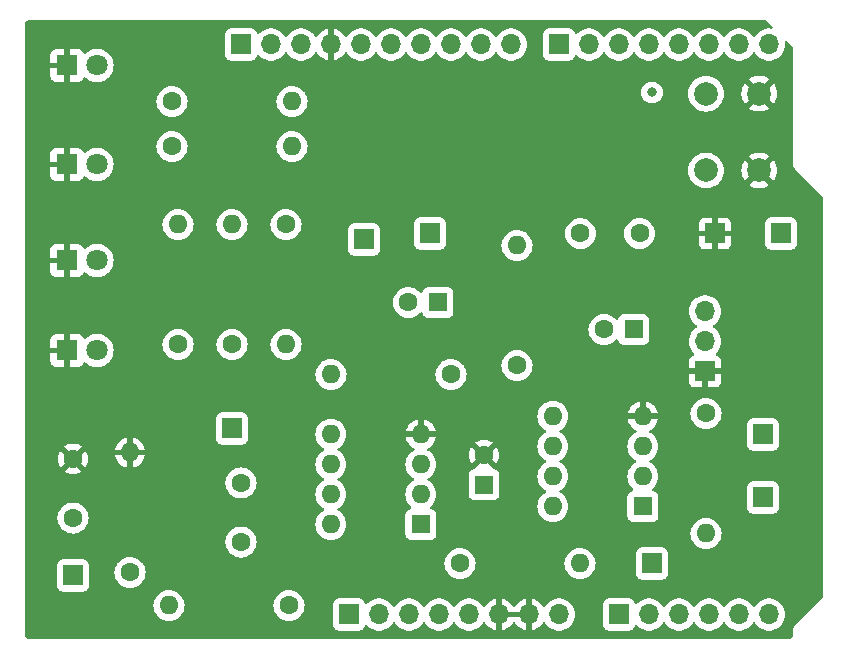
<source format=gbr>
%TF.GenerationSoftware,KiCad,Pcbnew,7.0.1*%
%TF.CreationDate,2023-05-13T15:10:29+02:00*%
%TF.ProjectId,Lab1_SDHD,4c616231-5f53-4444-9844-2e6b69636164,v 1.4*%
%TF.SameCoordinates,Original*%
%TF.FileFunction,Copper,L2,Inr*%
%TF.FilePolarity,Positive*%
%FSLAX46Y46*%
G04 Gerber Fmt 4.6, Leading zero omitted, Abs format (unit mm)*
G04 Created by KiCad (PCBNEW 7.0.1) date 2023-05-13 15:10:29*
%MOMM*%
%LPD*%
G01*
G04 APERTURE LIST*
%TA.AperFunction,ComponentPad*%
%ADD10R,1.700000X1.700000*%
%TD*%
%TA.AperFunction,ComponentPad*%
%ADD11R,1.600000X1.600000*%
%TD*%
%TA.AperFunction,ComponentPad*%
%ADD12C,1.600000*%
%TD*%
%TA.AperFunction,ComponentPad*%
%ADD13O,1.600000X1.600000*%
%TD*%
%TA.AperFunction,ComponentPad*%
%ADD14R,1.800000X1.800000*%
%TD*%
%TA.AperFunction,ComponentPad*%
%ADD15C,1.800000*%
%TD*%
%TA.AperFunction,ComponentPad*%
%ADD16O,1.700000X1.700000*%
%TD*%
%TA.AperFunction,ComponentPad*%
%ADD17C,2.000000*%
%TD*%
%TA.AperFunction,ViaPad*%
%ADD18C,0.800000*%
%TD*%
G04 APERTURE END LIST*
D10*
X104572000Y-94158000D03*
D11*
X135472380Y-71044000D03*
D12*
X132972380Y-71044000D03*
X104572000Y-84292000D03*
X104572000Y-89292000D03*
X142164000Y-76378000D03*
D13*
X142164000Y-66218000D03*
D12*
X113462000Y-74600000D03*
D13*
X113462000Y-64440000D03*
D14*
X104064000Y-50978000D03*
D15*
X106604000Y-50978000D03*
D10*
X158928000Y-65202000D03*
D12*
X112954000Y-54026000D03*
D13*
X123114000Y-54026000D03*
D10*
X134798000Y-65202000D03*
X118034000Y-81712000D03*
D12*
X122860000Y-96698000D03*
D13*
X112700000Y-96698000D03*
D11*
X139370000Y-86473113D03*
D12*
X139370000Y-83973113D03*
D11*
X134026000Y-89830000D03*
D13*
X134026000Y-87290000D03*
X134026000Y-84750000D03*
X134026000Y-82210000D03*
X126406000Y-82210000D03*
X126406000Y-84750000D03*
X126406000Y-87290000D03*
X126406000Y-89830000D03*
D12*
X122606000Y-64440000D03*
D13*
X122606000Y-74600000D03*
D12*
X158166000Y-80442000D03*
D13*
X158166000Y-90602000D03*
D12*
X152538000Y-65202000D03*
X147538000Y-65202000D03*
X137338000Y-93142000D03*
D13*
X147498000Y-93142000D03*
D14*
X104059000Y-67488000D03*
D15*
X106599000Y-67488000D03*
D16*
X158084000Y-71791000D03*
X158084000Y-74331000D03*
D10*
X158084000Y-76871000D03*
D11*
X152030000Y-73330000D03*
D12*
X149530000Y-73330000D03*
D10*
X162992000Y-87554000D03*
D17*
X162666000Y-53368000D03*
X162666000Y-59868000D03*
X158166000Y-53368000D03*
X158166000Y-59868000D03*
D10*
X162992000Y-82220000D03*
D12*
X136576000Y-77140000D03*
D13*
X126416000Y-77140000D03*
D11*
X152822000Y-88306000D03*
D13*
X152822000Y-85766000D03*
X152822000Y-83226000D03*
X152822000Y-80686000D03*
X145202000Y-80686000D03*
X145202000Y-83226000D03*
X145202000Y-85766000D03*
X145202000Y-88306000D03*
D10*
X129210000Y-65710000D03*
X153594000Y-93142000D03*
D12*
X109398000Y-93904000D03*
D13*
X109398000Y-83744000D03*
D12*
X118034000Y-74600000D03*
D13*
X118034000Y-64440000D03*
D14*
X104064000Y-75108000D03*
D15*
X106604000Y-75108000D03*
D12*
X112954000Y-57836000D03*
D13*
X123114000Y-57836000D03*
D10*
X164516000Y-65202000D03*
D12*
X118796000Y-91324000D03*
X118796000Y-86324000D03*
D14*
X104059000Y-59360000D03*
D15*
X106599000Y-59360000D03*
D10*
X127940000Y-97460000D03*
D16*
X130480000Y-97460000D03*
X133020000Y-97460000D03*
X135560000Y-97460000D03*
X138100000Y-97460000D03*
X140640000Y-97460000D03*
X143180000Y-97460000D03*
X145720000Y-97460000D03*
D10*
X150800000Y-97460000D03*
D16*
X153340000Y-97460000D03*
X155880000Y-97460000D03*
X158420000Y-97460000D03*
X160960000Y-97460000D03*
X163500000Y-97460000D03*
D10*
X118796000Y-49200000D03*
D16*
X121336000Y-49200000D03*
X123876000Y-49200000D03*
X126416000Y-49200000D03*
X128956000Y-49200000D03*
X131496000Y-49200000D03*
X134036000Y-49200000D03*
X136576000Y-49200000D03*
X139116000Y-49200000D03*
X141656000Y-49200000D03*
D10*
X145720000Y-49200000D03*
D16*
X148260000Y-49200000D03*
X150800000Y-49200000D03*
X153340000Y-49200000D03*
X155880000Y-49200000D03*
X158420000Y-49200000D03*
X160960000Y-49200000D03*
X163500000Y-49200000D03*
D18*
X144958000Y-70282000D03*
X148514000Y-83998000D03*
X138862000Y-55042000D03*
X155626000Y-62916000D03*
X112192000Y-49200000D03*
X125908000Y-71044000D03*
X164516000Y-92634000D03*
X113716000Y-80188000D03*
X102794000Y-80442000D03*
X153594000Y-53264000D03*
%TA.AperFunction,Conductor*%
G36*
X163288777Y-47169939D02*
G01*
X163329005Y-47196819D01*
X163772315Y-47640129D01*
X163803767Y-47693412D01*
X163805558Y-47755259D01*
X163777241Y-47810272D01*
X163725866Y-47844754D01*
X163664226Y-47850119D01*
X163612571Y-47841500D01*
X163612569Y-47841500D01*
X163387431Y-47841500D01*
X163165363Y-47878556D01*
X162952427Y-47951657D01*
X162754424Y-48058811D01*
X162576760Y-48197094D01*
X162424279Y-48362730D01*
X162333809Y-48501205D01*
X162289017Y-48542438D01*
X162230000Y-48557383D01*
X162170983Y-48542438D01*
X162126191Y-48501205D01*
X162035723Y-48362734D01*
X162035722Y-48362732D01*
X161883240Y-48197094D01*
X161705576Y-48058811D01*
X161507574Y-47951658D01*
X161507573Y-47951657D01*
X161507572Y-47951657D01*
X161294636Y-47878556D01*
X161072569Y-47841500D01*
X160847431Y-47841500D01*
X160625363Y-47878556D01*
X160412427Y-47951657D01*
X160214424Y-48058811D01*
X160036760Y-48197094D01*
X159884279Y-48362730D01*
X159793809Y-48501205D01*
X159749017Y-48542438D01*
X159690000Y-48557383D01*
X159630983Y-48542438D01*
X159586191Y-48501205D01*
X159495723Y-48362734D01*
X159495722Y-48362732D01*
X159343240Y-48197094D01*
X159165576Y-48058811D01*
X158967574Y-47951658D01*
X158967573Y-47951657D01*
X158967572Y-47951657D01*
X158754636Y-47878556D01*
X158532569Y-47841500D01*
X158307431Y-47841500D01*
X158085363Y-47878556D01*
X157872427Y-47951657D01*
X157674424Y-48058811D01*
X157496760Y-48197094D01*
X157344279Y-48362730D01*
X157253809Y-48501205D01*
X157209017Y-48542438D01*
X157150000Y-48557383D01*
X157090983Y-48542438D01*
X157046191Y-48501205D01*
X156955723Y-48362734D01*
X156955722Y-48362732D01*
X156803240Y-48197094D01*
X156625576Y-48058811D01*
X156427574Y-47951658D01*
X156427573Y-47951657D01*
X156427572Y-47951657D01*
X156214636Y-47878556D01*
X155992569Y-47841500D01*
X155767431Y-47841500D01*
X155545363Y-47878556D01*
X155332427Y-47951657D01*
X155134424Y-48058811D01*
X154956760Y-48197094D01*
X154804279Y-48362730D01*
X154713809Y-48501205D01*
X154669017Y-48542438D01*
X154610000Y-48557383D01*
X154550983Y-48542438D01*
X154506191Y-48501205D01*
X154415723Y-48362734D01*
X154415722Y-48362732D01*
X154263240Y-48197094D01*
X154085576Y-48058811D01*
X153887574Y-47951658D01*
X153887573Y-47951657D01*
X153887572Y-47951657D01*
X153674636Y-47878556D01*
X153452569Y-47841500D01*
X153227431Y-47841500D01*
X153005363Y-47878556D01*
X152792427Y-47951657D01*
X152594424Y-48058811D01*
X152416760Y-48197094D01*
X152264279Y-48362730D01*
X152173809Y-48501205D01*
X152129017Y-48542438D01*
X152070000Y-48557383D01*
X152010983Y-48542438D01*
X151966191Y-48501205D01*
X151875723Y-48362734D01*
X151875722Y-48362732D01*
X151723240Y-48197094D01*
X151545576Y-48058811D01*
X151347574Y-47951658D01*
X151347573Y-47951657D01*
X151347572Y-47951657D01*
X151134636Y-47878556D01*
X150912569Y-47841500D01*
X150687431Y-47841500D01*
X150465363Y-47878556D01*
X150252427Y-47951657D01*
X150054424Y-48058811D01*
X149876760Y-48197094D01*
X149724279Y-48362730D01*
X149633809Y-48501205D01*
X149589017Y-48542438D01*
X149530000Y-48557383D01*
X149470983Y-48542438D01*
X149426191Y-48501205D01*
X149335723Y-48362734D01*
X149335722Y-48362732D01*
X149183240Y-48197094D01*
X149005576Y-48058811D01*
X148807574Y-47951658D01*
X148807573Y-47951657D01*
X148807572Y-47951657D01*
X148594636Y-47878556D01*
X148372569Y-47841500D01*
X148147431Y-47841500D01*
X147925363Y-47878556D01*
X147712427Y-47951657D01*
X147514424Y-48058811D01*
X147336759Y-48197094D01*
X147273548Y-48265759D01*
X147220924Y-48299612D01*
X147158470Y-48303460D01*
X147102089Y-48276322D01*
X147066138Y-48225110D01*
X147041427Y-48158861D01*
X147020889Y-48103796D01*
X146962951Y-48026400D01*
X146933261Y-47986738D01*
X146816203Y-47899110D01*
X146679205Y-47848011D01*
X146648906Y-47844754D01*
X146618638Y-47841500D01*
X144821362Y-47841500D01*
X144794445Y-47844393D01*
X144760794Y-47848011D01*
X144623796Y-47899110D01*
X144506738Y-47986738D01*
X144419110Y-48103796D01*
X144368011Y-48240794D01*
X144364393Y-48274445D01*
X144361689Y-48299612D01*
X144361500Y-48301366D01*
X144361500Y-50098634D01*
X144368011Y-50159205D01*
X144419110Y-50296203D01*
X144506738Y-50413261D01*
X144623796Y-50500889D01*
X144760794Y-50551988D01*
X144760797Y-50551988D01*
X144760799Y-50551989D01*
X144821362Y-50558500D01*
X146618634Y-50558500D01*
X146618638Y-50558500D01*
X146679201Y-50551989D01*
X146679203Y-50551988D01*
X146679205Y-50551988D01*
X146767403Y-50519091D01*
X146816204Y-50500889D01*
X146933261Y-50413261D01*
X147020889Y-50296204D01*
X147066137Y-50174889D01*
X147102089Y-50123677D01*
X147158471Y-50096539D01*
X147220925Y-50100387D01*
X147273548Y-50134241D01*
X147310969Y-50174890D01*
X147336760Y-50202906D01*
X147514424Y-50341189D01*
X147712426Y-50448342D01*
X147925365Y-50521444D01*
X148147431Y-50558500D01*
X148372569Y-50558500D01*
X148594635Y-50521444D01*
X148807574Y-50448342D01*
X149005576Y-50341189D01*
X149183240Y-50202906D01*
X149335722Y-50037268D01*
X149405097Y-49931080D01*
X149426191Y-49898795D01*
X149470982Y-49857561D01*
X149530000Y-49842616D01*
X149589018Y-49857561D01*
X149633809Y-49898795D01*
X149719644Y-50030176D01*
X149724278Y-50037268D01*
X149876760Y-50202906D01*
X150054424Y-50341189D01*
X150252426Y-50448342D01*
X150465365Y-50521444D01*
X150687431Y-50558500D01*
X150912569Y-50558500D01*
X151134635Y-50521444D01*
X151347574Y-50448342D01*
X151545576Y-50341189D01*
X151723240Y-50202906D01*
X151875722Y-50037268D01*
X151945097Y-49931080D01*
X151966191Y-49898795D01*
X152010982Y-49857561D01*
X152070000Y-49842616D01*
X152129018Y-49857561D01*
X152173809Y-49898795D01*
X152259644Y-50030176D01*
X152264278Y-50037268D01*
X152416760Y-50202906D01*
X152594424Y-50341189D01*
X152792426Y-50448342D01*
X153005365Y-50521444D01*
X153227431Y-50558500D01*
X153452569Y-50558500D01*
X153674635Y-50521444D01*
X153887574Y-50448342D01*
X154085576Y-50341189D01*
X154263240Y-50202906D01*
X154415722Y-50037268D01*
X154485097Y-49931080D01*
X154506191Y-49898795D01*
X154550982Y-49857561D01*
X154610000Y-49842616D01*
X154669018Y-49857561D01*
X154713809Y-49898795D01*
X154799644Y-50030176D01*
X154804278Y-50037268D01*
X154956760Y-50202906D01*
X155134424Y-50341189D01*
X155332426Y-50448342D01*
X155545365Y-50521444D01*
X155767431Y-50558500D01*
X155992569Y-50558500D01*
X156214635Y-50521444D01*
X156427574Y-50448342D01*
X156625576Y-50341189D01*
X156803240Y-50202906D01*
X156955722Y-50037268D01*
X157025097Y-49931080D01*
X157046191Y-49898795D01*
X157090982Y-49857561D01*
X157150000Y-49842616D01*
X157209018Y-49857561D01*
X157253809Y-49898795D01*
X157339644Y-50030176D01*
X157344278Y-50037268D01*
X157496760Y-50202906D01*
X157674424Y-50341189D01*
X157872426Y-50448342D01*
X158085365Y-50521444D01*
X158307431Y-50558500D01*
X158532569Y-50558500D01*
X158754635Y-50521444D01*
X158967574Y-50448342D01*
X159165576Y-50341189D01*
X159343240Y-50202906D01*
X159495722Y-50037268D01*
X159565097Y-49931080D01*
X159586191Y-49898795D01*
X159630982Y-49857561D01*
X159690000Y-49842616D01*
X159749018Y-49857561D01*
X159793809Y-49898795D01*
X159879644Y-50030176D01*
X159884278Y-50037268D01*
X160036760Y-50202906D01*
X160214424Y-50341189D01*
X160412426Y-50448342D01*
X160625365Y-50521444D01*
X160847431Y-50558500D01*
X161072569Y-50558500D01*
X161294635Y-50521444D01*
X161507574Y-50448342D01*
X161705576Y-50341189D01*
X161883240Y-50202906D01*
X162035722Y-50037268D01*
X162105097Y-49931080D01*
X162126191Y-49898795D01*
X162170982Y-49857561D01*
X162230000Y-49842616D01*
X162289018Y-49857561D01*
X162333809Y-49898795D01*
X162419644Y-50030176D01*
X162424278Y-50037268D01*
X162576760Y-50202906D01*
X162754424Y-50341189D01*
X162952426Y-50448342D01*
X163165365Y-50521444D01*
X163387431Y-50558500D01*
X163612569Y-50558500D01*
X163834635Y-50521444D01*
X164047574Y-50448342D01*
X164245576Y-50341189D01*
X164423240Y-50202906D01*
X164575722Y-50037268D01*
X164698860Y-49848791D01*
X164789296Y-49642616D01*
X164844564Y-49424368D01*
X164863156Y-49200000D01*
X164848713Y-49025704D01*
X164858325Y-48966596D01*
X164894519Y-48918884D01*
X164948852Y-48893700D01*
X165008652Y-48896917D01*
X165059970Y-48927784D01*
X165503181Y-49370995D01*
X165530061Y-49411223D01*
X165539500Y-49458676D01*
X165539500Y-59292856D01*
X165536666Y-59319214D01*
X165535640Y-59323926D01*
X165539184Y-59373461D01*
X165539500Y-59382308D01*
X165539500Y-59395803D01*
X165541419Y-59409153D01*
X165542365Y-59417947D01*
X165545909Y-59467483D01*
X165547594Y-59472001D01*
X165554147Y-59497676D01*
X165554712Y-59501603D01*
X165554835Y-59502458D01*
X165575457Y-59547612D01*
X165578845Y-59555790D01*
X165596204Y-59602331D01*
X165599095Y-59606194D01*
X165612620Y-59628987D01*
X165614622Y-59633372D01*
X165614623Y-59633373D01*
X165647147Y-59670907D01*
X165652689Y-59677786D01*
X165660779Y-59688593D01*
X165670321Y-59698135D01*
X165676354Y-59704615D01*
X165708870Y-59742142D01*
X165712927Y-59744749D01*
X165733571Y-59761385D01*
X168043181Y-62070995D01*
X168070061Y-62111223D01*
X168079500Y-62158676D01*
X168079500Y-95931324D01*
X168070061Y-95978777D01*
X168043181Y-96019005D01*
X165733569Y-98328615D01*
X165712936Y-98345244D01*
X165708872Y-98347855D01*
X165676351Y-98385386D01*
X165670330Y-98391854D01*
X165660777Y-98401408D01*
X165652677Y-98412227D01*
X165647132Y-98419107D01*
X165614624Y-98456624D01*
X165612618Y-98461017D01*
X165599098Y-98483802D01*
X165596203Y-98487668D01*
X165578851Y-98534191D01*
X165575466Y-98542365D01*
X165554834Y-98587545D01*
X165554147Y-98592323D01*
X165547596Y-98617990D01*
X165545909Y-98622513D01*
X165542365Y-98672053D01*
X165541420Y-98680846D01*
X165539500Y-98694204D01*
X165539500Y-98707692D01*
X165539184Y-98716539D01*
X165535640Y-98766073D01*
X165536666Y-98770786D01*
X165539500Y-98797144D01*
X165539500Y-99228243D01*
X165537973Y-99247642D01*
X165529773Y-99299411D01*
X165517785Y-99336307D01*
X165498474Y-99374207D01*
X165475670Y-99405593D01*
X165445593Y-99435670D01*
X165414207Y-99458474D01*
X165376307Y-99477785D01*
X165339411Y-99489773D01*
X165309068Y-99494579D01*
X165287639Y-99497973D01*
X165268243Y-99499500D01*
X100771757Y-99499500D01*
X100752360Y-99497973D01*
X100718098Y-99492546D01*
X100700588Y-99489773D01*
X100663695Y-99477786D01*
X100625790Y-99458472D01*
X100594406Y-99435670D01*
X100564329Y-99405593D01*
X100541528Y-99374211D01*
X100522212Y-99336301D01*
X100510227Y-99299417D01*
X100502025Y-99247629D01*
X100500500Y-99228243D01*
X100500500Y-98358634D01*
X126581500Y-98358634D01*
X126588011Y-98419205D01*
X126639110Y-98556203D01*
X126726738Y-98673261D01*
X126843796Y-98760889D01*
X126980794Y-98811988D01*
X126980797Y-98811988D01*
X126980799Y-98811989D01*
X127041362Y-98818500D01*
X128838634Y-98818500D01*
X128838638Y-98818500D01*
X128899201Y-98811989D01*
X128899203Y-98811988D01*
X128899205Y-98811988D01*
X129022305Y-98766073D01*
X129036204Y-98760889D01*
X129153261Y-98673261D01*
X129240889Y-98556204D01*
X129286137Y-98434889D01*
X129322089Y-98383677D01*
X129378471Y-98356539D01*
X129440925Y-98360387D01*
X129493548Y-98394241D01*
X129555021Y-98461017D01*
X129556760Y-98462906D01*
X129734424Y-98601189D01*
X129932426Y-98708342D01*
X130145365Y-98781444D01*
X130367431Y-98818500D01*
X130592569Y-98818500D01*
X130814635Y-98781444D01*
X131027574Y-98708342D01*
X131225576Y-98601189D01*
X131403240Y-98462906D01*
X131555722Y-98297268D01*
X131646190Y-98158795D01*
X131690982Y-98117561D01*
X131750000Y-98102616D01*
X131809018Y-98117561D01*
X131853809Y-98158795D01*
X131944278Y-98297268D01*
X132096760Y-98462906D01*
X132274424Y-98601189D01*
X132472426Y-98708342D01*
X132685365Y-98781444D01*
X132907431Y-98818500D01*
X133132569Y-98818500D01*
X133354635Y-98781444D01*
X133567574Y-98708342D01*
X133765576Y-98601189D01*
X133943240Y-98462906D01*
X134095722Y-98297268D01*
X134186190Y-98158795D01*
X134230982Y-98117561D01*
X134290000Y-98102616D01*
X134349018Y-98117561D01*
X134393809Y-98158795D01*
X134484278Y-98297268D01*
X134636760Y-98462906D01*
X134814424Y-98601189D01*
X135012426Y-98708342D01*
X135225365Y-98781444D01*
X135447431Y-98818500D01*
X135672569Y-98818500D01*
X135894635Y-98781444D01*
X136107574Y-98708342D01*
X136305576Y-98601189D01*
X136483240Y-98462906D01*
X136635722Y-98297268D01*
X136726190Y-98158795D01*
X136770982Y-98117561D01*
X136830000Y-98102616D01*
X136889018Y-98117561D01*
X136933809Y-98158795D01*
X137024278Y-98297268D01*
X137176760Y-98462906D01*
X137354424Y-98601189D01*
X137552426Y-98708342D01*
X137765365Y-98781444D01*
X137987431Y-98818500D01*
X138212569Y-98818500D01*
X138434635Y-98781444D01*
X138647574Y-98708342D01*
X138845576Y-98601189D01*
X139023240Y-98462906D01*
X139175722Y-98297268D01*
X139269748Y-98153349D01*
X139313663Y-98112595D01*
X139371562Y-98097188D01*
X139429926Y-98110726D01*
X139475131Y-98150048D01*
X139601892Y-98331080D01*
X139768918Y-98498106D01*
X139962423Y-98633600D01*
X140176507Y-98733430D01*
X140389999Y-98790635D01*
X140390000Y-98790636D01*
X140390000Y-97710000D01*
X140890000Y-97710000D01*
X140890000Y-98790635D01*
X141103492Y-98733430D01*
X141317576Y-98633600D01*
X141511081Y-98498106D01*
X141678106Y-98331081D01*
X141808425Y-98144968D01*
X141852743Y-98106103D01*
X141910000Y-98092092D01*
X141967257Y-98106103D01*
X142011575Y-98144968D01*
X142141893Y-98331081D01*
X142308918Y-98498106D01*
X142502423Y-98633600D01*
X142716507Y-98733430D01*
X142929999Y-98790635D01*
X142930000Y-98790636D01*
X142930000Y-98790635D01*
X143430000Y-98790635D01*
X143643492Y-98733430D01*
X143857576Y-98633600D01*
X144051081Y-98498106D01*
X144218106Y-98331081D01*
X144344868Y-98150048D01*
X144390072Y-98110726D01*
X144448436Y-98097188D01*
X144506335Y-98112595D01*
X144550252Y-98153351D01*
X144644276Y-98297267D01*
X144723824Y-98383677D01*
X144796760Y-98462906D01*
X144974424Y-98601189D01*
X145172426Y-98708342D01*
X145385365Y-98781444D01*
X145607431Y-98818500D01*
X145832569Y-98818500D01*
X146054635Y-98781444D01*
X146267574Y-98708342D01*
X146465576Y-98601189D01*
X146643240Y-98462906D01*
X146739230Y-98358634D01*
X149441500Y-98358634D01*
X149448011Y-98419205D01*
X149499110Y-98556203D01*
X149586738Y-98673261D01*
X149703796Y-98760889D01*
X149840794Y-98811988D01*
X149840797Y-98811988D01*
X149840799Y-98811989D01*
X149901362Y-98818500D01*
X151698634Y-98818500D01*
X151698638Y-98818500D01*
X151759201Y-98811989D01*
X151759203Y-98811988D01*
X151759205Y-98811988D01*
X151882305Y-98766073D01*
X151896204Y-98760889D01*
X152013261Y-98673261D01*
X152100889Y-98556204D01*
X152146137Y-98434889D01*
X152182089Y-98383677D01*
X152238471Y-98356539D01*
X152300925Y-98360387D01*
X152353548Y-98394241D01*
X152415021Y-98461017D01*
X152416760Y-98462906D01*
X152594424Y-98601189D01*
X152792426Y-98708342D01*
X153005365Y-98781444D01*
X153227431Y-98818500D01*
X153452569Y-98818500D01*
X153674635Y-98781444D01*
X153887574Y-98708342D01*
X154085576Y-98601189D01*
X154263240Y-98462906D01*
X154415722Y-98297268D01*
X154506190Y-98158795D01*
X154550982Y-98117561D01*
X154610000Y-98102616D01*
X154669018Y-98117561D01*
X154713809Y-98158795D01*
X154804278Y-98297268D01*
X154956760Y-98462906D01*
X155134424Y-98601189D01*
X155332426Y-98708342D01*
X155545365Y-98781444D01*
X155767431Y-98818500D01*
X155992569Y-98818500D01*
X156214635Y-98781444D01*
X156427574Y-98708342D01*
X156625576Y-98601189D01*
X156803240Y-98462906D01*
X156955722Y-98297268D01*
X157046190Y-98158795D01*
X157090982Y-98117561D01*
X157150000Y-98102616D01*
X157209018Y-98117561D01*
X157253809Y-98158795D01*
X157344278Y-98297268D01*
X157496760Y-98462906D01*
X157674424Y-98601189D01*
X157872426Y-98708342D01*
X158085365Y-98781444D01*
X158307431Y-98818500D01*
X158532569Y-98818500D01*
X158754635Y-98781444D01*
X158967574Y-98708342D01*
X159165576Y-98601189D01*
X159343240Y-98462906D01*
X159495722Y-98297268D01*
X159586190Y-98158795D01*
X159630982Y-98117561D01*
X159690000Y-98102616D01*
X159749018Y-98117561D01*
X159793809Y-98158795D01*
X159884278Y-98297268D01*
X160036760Y-98462906D01*
X160214424Y-98601189D01*
X160412426Y-98708342D01*
X160625365Y-98781444D01*
X160847431Y-98818500D01*
X161072569Y-98818500D01*
X161294635Y-98781444D01*
X161507574Y-98708342D01*
X161705576Y-98601189D01*
X161883240Y-98462906D01*
X162035722Y-98297268D01*
X162126190Y-98158795D01*
X162170982Y-98117561D01*
X162230000Y-98102616D01*
X162289018Y-98117561D01*
X162333809Y-98158795D01*
X162424278Y-98297268D01*
X162576760Y-98462906D01*
X162754424Y-98601189D01*
X162952426Y-98708342D01*
X163165365Y-98781444D01*
X163387431Y-98818500D01*
X163612569Y-98818500D01*
X163834635Y-98781444D01*
X164047574Y-98708342D01*
X164245576Y-98601189D01*
X164423240Y-98462906D01*
X164575722Y-98297268D01*
X164698860Y-98108791D01*
X164789296Y-97902616D01*
X164844564Y-97684368D01*
X164863156Y-97460000D01*
X164844564Y-97235632D01*
X164789296Y-97017384D01*
X164698860Y-96811209D01*
X164575722Y-96622732D01*
X164423240Y-96457094D01*
X164245576Y-96318811D01*
X164047574Y-96211658D01*
X164047573Y-96211657D01*
X164047572Y-96211657D01*
X163834636Y-96138556D01*
X163612569Y-96101500D01*
X163387431Y-96101500D01*
X163165363Y-96138556D01*
X162952427Y-96211657D01*
X162754424Y-96318811D01*
X162576760Y-96457094D01*
X162424279Y-96622730D01*
X162333809Y-96761205D01*
X162289017Y-96802438D01*
X162230000Y-96817383D01*
X162170983Y-96802438D01*
X162126191Y-96761205D01*
X162035723Y-96622734D01*
X162035722Y-96622732D01*
X161883240Y-96457094D01*
X161705576Y-96318811D01*
X161507574Y-96211658D01*
X161507573Y-96211657D01*
X161507572Y-96211657D01*
X161294636Y-96138556D01*
X161072569Y-96101500D01*
X160847431Y-96101500D01*
X160625363Y-96138556D01*
X160412427Y-96211657D01*
X160214424Y-96318811D01*
X160036760Y-96457094D01*
X159884279Y-96622730D01*
X159793809Y-96761205D01*
X159749017Y-96802438D01*
X159690000Y-96817383D01*
X159630983Y-96802438D01*
X159586191Y-96761205D01*
X159495723Y-96622734D01*
X159495722Y-96622732D01*
X159343240Y-96457094D01*
X159165576Y-96318811D01*
X158967574Y-96211658D01*
X158967573Y-96211657D01*
X158967572Y-96211657D01*
X158754636Y-96138556D01*
X158532569Y-96101500D01*
X158307431Y-96101500D01*
X158085363Y-96138556D01*
X157872427Y-96211657D01*
X157674424Y-96318811D01*
X157496760Y-96457094D01*
X157344279Y-96622730D01*
X157253809Y-96761205D01*
X157209017Y-96802438D01*
X157150000Y-96817383D01*
X157090983Y-96802438D01*
X157046191Y-96761205D01*
X156955723Y-96622734D01*
X156955722Y-96622732D01*
X156803240Y-96457094D01*
X156625576Y-96318811D01*
X156427574Y-96211658D01*
X156427573Y-96211657D01*
X156427572Y-96211657D01*
X156214636Y-96138556D01*
X155992569Y-96101500D01*
X155767431Y-96101500D01*
X155545363Y-96138556D01*
X155332427Y-96211657D01*
X155134424Y-96318811D01*
X154956760Y-96457094D01*
X154804279Y-96622730D01*
X154713809Y-96761205D01*
X154669017Y-96802438D01*
X154610000Y-96817383D01*
X154550983Y-96802438D01*
X154506191Y-96761205D01*
X154415723Y-96622734D01*
X154415722Y-96622732D01*
X154263240Y-96457094D01*
X154085576Y-96318811D01*
X153887574Y-96211658D01*
X153887573Y-96211657D01*
X153887572Y-96211657D01*
X153674636Y-96138556D01*
X153452569Y-96101500D01*
X153227431Y-96101500D01*
X153005363Y-96138556D01*
X152792427Y-96211657D01*
X152594424Y-96318811D01*
X152416759Y-96457094D01*
X152353548Y-96525759D01*
X152300924Y-96559612D01*
X152238470Y-96563460D01*
X152182089Y-96536322D01*
X152146138Y-96485110D01*
X152107552Y-96381660D01*
X152100889Y-96363796D01*
X152042951Y-96286400D01*
X152013261Y-96246738D01*
X151896203Y-96159110D01*
X151759205Y-96108011D01*
X151728919Y-96104755D01*
X151698638Y-96101500D01*
X149901362Y-96101500D01*
X149874445Y-96104393D01*
X149840794Y-96108011D01*
X149703796Y-96159110D01*
X149586738Y-96246738D01*
X149499110Y-96363796D01*
X149448011Y-96500794D01*
X149444735Y-96531267D01*
X149441689Y-96559612D01*
X149441500Y-96561366D01*
X149441500Y-98358634D01*
X146739230Y-98358634D01*
X146795722Y-98297268D01*
X146918860Y-98108791D01*
X147009296Y-97902616D01*
X147064564Y-97684368D01*
X147083156Y-97460000D01*
X147064564Y-97235632D01*
X147009296Y-97017384D01*
X146918860Y-96811209D01*
X146795722Y-96622732D01*
X146643240Y-96457094D01*
X146465576Y-96318811D01*
X146267574Y-96211658D01*
X146267573Y-96211657D01*
X146267572Y-96211657D01*
X146054636Y-96138556D01*
X145832569Y-96101500D01*
X145607431Y-96101500D01*
X145385363Y-96138556D01*
X145172427Y-96211657D01*
X144974424Y-96318811D01*
X144796760Y-96457094D01*
X144644275Y-96622734D01*
X144550250Y-96766650D01*
X144506334Y-96807405D01*
X144448435Y-96822812D01*
X144390071Y-96809274D01*
X144344867Y-96769951D01*
X144218109Y-96588921D01*
X144051081Y-96421893D01*
X143857576Y-96286399D01*
X143643492Y-96186569D01*
X143430000Y-96129364D01*
X143430000Y-98790635D01*
X142930000Y-98790635D01*
X142930000Y-97710000D01*
X140890000Y-97710000D01*
X140390000Y-97710000D01*
X140390000Y-97210000D01*
X140890000Y-97210000D01*
X142930000Y-97210000D01*
X142930000Y-96129364D01*
X142929999Y-96129364D01*
X142716507Y-96186569D01*
X142502421Y-96286400D01*
X142308921Y-96421890D01*
X142141893Y-96588918D01*
X142011575Y-96775032D01*
X141967257Y-96813897D01*
X141910000Y-96827908D01*
X141852743Y-96813897D01*
X141808425Y-96775032D01*
X141678106Y-96588918D01*
X141511081Y-96421893D01*
X141317576Y-96286399D01*
X141103492Y-96186569D01*
X140890000Y-96129364D01*
X140890000Y-97210000D01*
X140390000Y-97210000D01*
X140390000Y-96129364D01*
X140389999Y-96129364D01*
X140176507Y-96186569D01*
X139962421Y-96286400D01*
X139768921Y-96421890D01*
X139601893Y-96588918D01*
X139475132Y-96769952D01*
X139429928Y-96809274D01*
X139371564Y-96822812D01*
X139313665Y-96807405D01*
X139269748Y-96766649D01*
X139175723Y-96622732D01*
X139066646Y-96504245D01*
X139023240Y-96457094D01*
X138845576Y-96318811D01*
X138647574Y-96211658D01*
X138647573Y-96211657D01*
X138647572Y-96211657D01*
X138434636Y-96138556D01*
X138212569Y-96101500D01*
X137987431Y-96101500D01*
X137765363Y-96138556D01*
X137552427Y-96211657D01*
X137354424Y-96318811D01*
X137176760Y-96457094D01*
X137024279Y-96622730D01*
X136933809Y-96761205D01*
X136889017Y-96802438D01*
X136830000Y-96817383D01*
X136770983Y-96802438D01*
X136726191Y-96761205D01*
X136635723Y-96622734D01*
X136635722Y-96622732D01*
X136483240Y-96457094D01*
X136305576Y-96318811D01*
X136107574Y-96211658D01*
X136107573Y-96211657D01*
X136107572Y-96211657D01*
X135894636Y-96138556D01*
X135672569Y-96101500D01*
X135447431Y-96101500D01*
X135225363Y-96138556D01*
X135012427Y-96211657D01*
X134814424Y-96318811D01*
X134636760Y-96457094D01*
X134484279Y-96622730D01*
X134393809Y-96761205D01*
X134349017Y-96802438D01*
X134290000Y-96817383D01*
X134230983Y-96802438D01*
X134186191Y-96761205D01*
X134095723Y-96622734D01*
X134095722Y-96622732D01*
X133943240Y-96457094D01*
X133765576Y-96318811D01*
X133567574Y-96211658D01*
X133567573Y-96211657D01*
X133567572Y-96211657D01*
X133354636Y-96138556D01*
X133132569Y-96101500D01*
X132907431Y-96101500D01*
X132685363Y-96138556D01*
X132472427Y-96211657D01*
X132274424Y-96318811D01*
X132096760Y-96457094D01*
X131944279Y-96622730D01*
X131853809Y-96761205D01*
X131809017Y-96802438D01*
X131750000Y-96817383D01*
X131690983Y-96802438D01*
X131646191Y-96761205D01*
X131555723Y-96622734D01*
X131555722Y-96622732D01*
X131403240Y-96457094D01*
X131225576Y-96318811D01*
X131027574Y-96211658D01*
X131027573Y-96211657D01*
X131027572Y-96211657D01*
X130814636Y-96138556D01*
X130592569Y-96101500D01*
X130367431Y-96101500D01*
X130145363Y-96138556D01*
X129932427Y-96211657D01*
X129734424Y-96318811D01*
X129556759Y-96457094D01*
X129493548Y-96525759D01*
X129440924Y-96559612D01*
X129378470Y-96563460D01*
X129322089Y-96536322D01*
X129286138Y-96485110D01*
X129247552Y-96381660D01*
X129240889Y-96363796D01*
X129182951Y-96286400D01*
X129153261Y-96246738D01*
X129036203Y-96159110D01*
X128899205Y-96108011D01*
X128868919Y-96104755D01*
X128838638Y-96101500D01*
X127041362Y-96101500D01*
X127014445Y-96104393D01*
X126980794Y-96108011D01*
X126843796Y-96159110D01*
X126726738Y-96246738D01*
X126639110Y-96363796D01*
X126588011Y-96500794D01*
X126584735Y-96531267D01*
X126581689Y-96559612D01*
X126581500Y-96561366D01*
X126581500Y-98358634D01*
X100500500Y-98358634D01*
X100500500Y-96698000D01*
X111386501Y-96698000D01*
X111406456Y-96926084D01*
X111465717Y-97147246D01*
X111562474Y-97354744D01*
X111562476Y-97354746D01*
X111562477Y-97354749D01*
X111693802Y-97542300D01*
X111855700Y-97704198D01*
X112043251Y-97835523D01*
X112250757Y-97932284D01*
X112471913Y-97991543D01*
X112700000Y-98011498D01*
X112928087Y-97991543D01*
X113149243Y-97932284D01*
X113356749Y-97835523D01*
X113544300Y-97704198D01*
X113706198Y-97542300D01*
X113837523Y-97354749D01*
X113934284Y-97147243D01*
X113993543Y-96926087D01*
X114013498Y-96698000D01*
X121546501Y-96698000D01*
X121566456Y-96926084D01*
X121625717Y-97147246D01*
X121722474Y-97354744D01*
X121722476Y-97354746D01*
X121722477Y-97354749D01*
X121853802Y-97542300D01*
X122015700Y-97704198D01*
X122203251Y-97835523D01*
X122410757Y-97932284D01*
X122631913Y-97991543D01*
X122860000Y-98011498D01*
X123088087Y-97991543D01*
X123309243Y-97932284D01*
X123516749Y-97835523D01*
X123704300Y-97704198D01*
X123866198Y-97542300D01*
X123997523Y-97354749D01*
X124094284Y-97147243D01*
X124153543Y-96926087D01*
X124173498Y-96698000D01*
X124153543Y-96469913D01*
X124094284Y-96248757D01*
X124041794Y-96136192D01*
X123997525Y-96041255D01*
X123997524Y-96041254D01*
X123997523Y-96041251D01*
X123866198Y-95853700D01*
X123704300Y-95691802D01*
X123516749Y-95560477D01*
X123516746Y-95560476D01*
X123516744Y-95560474D01*
X123309246Y-95463717D01*
X123309243Y-95463716D01*
X123198664Y-95434086D01*
X123088084Y-95404456D01*
X122860000Y-95384501D01*
X122631915Y-95404456D01*
X122410753Y-95463717D01*
X122203255Y-95560474D01*
X122015696Y-95691805D01*
X121853805Y-95853696D01*
X121722474Y-96041255D01*
X121625717Y-96248753D01*
X121566456Y-96469915D01*
X121546501Y-96698000D01*
X114013498Y-96698000D01*
X113993543Y-96469913D01*
X113934284Y-96248757D01*
X113881794Y-96136192D01*
X113837525Y-96041255D01*
X113837524Y-96041254D01*
X113837523Y-96041251D01*
X113706198Y-95853700D01*
X113544300Y-95691802D01*
X113356749Y-95560477D01*
X113356746Y-95560476D01*
X113356744Y-95560474D01*
X113149246Y-95463717D01*
X113149243Y-95463716D01*
X113038664Y-95434086D01*
X112928084Y-95404456D01*
X112700000Y-95384501D01*
X112471915Y-95404456D01*
X112250753Y-95463717D01*
X112043255Y-95560474D01*
X111855696Y-95691805D01*
X111693805Y-95853696D01*
X111562474Y-96041255D01*
X111465717Y-96248753D01*
X111406456Y-96469915D01*
X111386501Y-96698000D01*
X100500500Y-96698000D01*
X100500500Y-95056634D01*
X103213500Y-95056634D01*
X103220011Y-95117205D01*
X103271110Y-95254203D01*
X103358738Y-95371261D01*
X103475796Y-95458889D01*
X103612794Y-95509988D01*
X103612797Y-95509988D01*
X103612799Y-95509989D01*
X103673362Y-95516500D01*
X105470634Y-95516500D01*
X105470638Y-95516500D01*
X105531201Y-95509989D01*
X105531203Y-95509988D01*
X105531205Y-95509988D01*
X105609124Y-95480924D01*
X105668204Y-95458889D01*
X105785261Y-95371261D01*
X105872889Y-95254204D01*
X105894924Y-95195124D01*
X105923988Y-95117205D01*
X105923988Y-95117203D01*
X105923989Y-95117201D01*
X105930500Y-95056638D01*
X105930500Y-93904000D01*
X108084501Y-93904000D01*
X108104456Y-94132084D01*
X108163717Y-94353246D01*
X108260474Y-94560744D01*
X108260476Y-94560746D01*
X108260477Y-94560749D01*
X108391802Y-94748300D01*
X108553700Y-94910198D01*
X108741251Y-95041523D01*
X108948757Y-95138284D01*
X109169913Y-95197543D01*
X109398000Y-95217498D01*
X109626087Y-95197543D01*
X109847243Y-95138284D01*
X110054749Y-95041523D01*
X110242300Y-94910198D01*
X110404198Y-94748300D01*
X110535523Y-94560749D01*
X110632284Y-94353243D01*
X110691543Y-94132087D01*
X110711498Y-93904000D01*
X110691543Y-93675913D01*
X110632284Y-93454757D01*
X110541172Y-93259366D01*
X110535525Y-93247255D01*
X110535524Y-93247254D01*
X110535523Y-93247251D01*
X110461825Y-93142000D01*
X136024501Y-93142000D01*
X136044456Y-93370084D01*
X136103717Y-93591246D01*
X136200474Y-93798744D01*
X136200476Y-93798746D01*
X136200477Y-93798749D01*
X136331802Y-93986300D01*
X136493700Y-94148198D01*
X136681251Y-94279523D01*
X136888757Y-94376284D01*
X137109913Y-94435543D01*
X137338000Y-94455498D01*
X137566087Y-94435543D01*
X137787243Y-94376284D01*
X137994749Y-94279523D01*
X138182300Y-94148198D01*
X138344198Y-93986300D01*
X138475523Y-93798749D01*
X138572284Y-93591243D01*
X138631543Y-93370087D01*
X138651498Y-93142000D01*
X138651498Y-93141999D01*
X146184501Y-93141999D01*
X146204456Y-93370084D01*
X146263717Y-93591246D01*
X146360474Y-93798744D01*
X146360476Y-93798746D01*
X146360477Y-93798749D01*
X146491802Y-93986300D01*
X146653700Y-94148198D01*
X146841251Y-94279523D01*
X147048757Y-94376284D01*
X147269913Y-94435543D01*
X147498000Y-94455498D01*
X147726087Y-94435543D01*
X147947243Y-94376284D01*
X148154749Y-94279523D01*
X148342300Y-94148198D01*
X148449864Y-94040634D01*
X152235500Y-94040634D01*
X152242011Y-94101205D01*
X152293110Y-94238203D01*
X152380738Y-94355261D01*
X152497796Y-94442889D01*
X152634794Y-94493988D01*
X152634797Y-94493988D01*
X152634799Y-94493989D01*
X152695362Y-94500500D01*
X154492634Y-94500500D01*
X154492638Y-94500500D01*
X154553201Y-94493989D01*
X154553203Y-94493988D01*
X154553205Y-94493988D01*
X154656398Y-94455498D01*
X154690204Y-94442889D01*
X154807261Y-94355261D01*
X154894889Y-94238204D01*
X154928460Y-94148198D01*
X154945988Y-94101205D01*
X154945988Y-94101203D01*
X154945989Y-94101201D01*
X154952500Y-94040638D01*
X154952500Y-92243362D01*
X154945989Y-92182799D01*
X154945988Y-92182797D01*
X154945988Y-92182794D01*
X154894889Y-92045796D01*
X154807261Y-91928738D01*
X154690203Y-91841110D01*
X154553205Y-91790011D01*
X154522919Y-91786755D01*
X154492638Y-91783500D01*
X152695362Y-91783500D01*
X152668445Y-91786393D01*
X152634794Y-91790011D01*
X152497796Y-91841110D01*
X152380738Y-91928738D01*
X152293110Y-92045796D01*
X152242011Y-92182794D01*
X152235500Y-92243366D01*
X152235500Y-94040634D01*
X148449864Y-94040634D01*
X148504198Y-93986300D01*
X148635523Y-93798749D01*
X148732284Y-93591243D01*
X148791543Y-93370087D01*
X148811498Y-93142000D01*
X148791543Y-92913913D01*
X148732284Y-92692757D01*
X148635523Y-92485251D01*
X148504198Y-92297700D01*
X148342300Y-92135802D01*
X148154749Y-92004477D01*
X148154746Y-92004476D01*
X148154744Y-92004474D01*
X147947246Y-91907717D01*
X147947243Y-91907716D01*
X147836665Y-91878086D01*
X147726084Y-91848456D01*
X147498000Y-91828501D01*
X147269915Y-91848456D01*
X147048753Y-91907717D01*
X146841255Y-92004474D01*
X146653696Y-92135805D01*
X146491805Y-92297696D01*
X146491802Y-92297699D01*
X146491802Y-92297700D01*
X146469047Y-92330198D01*
X146360474Y-92485255D01*
X146263717Y-92692753D01*
X146204456Y-92913915D01*
X146184501Y-93141999D01*
X138651498Y-93141999D01*
X138631543Y-92913913D01*
X138572284Y-92692757D01*
X138475523Y-92485251D01*
X138344198Y-92297700D01*
X138182300Y-92135802D01*
X137994749Y-92004477D01*
X137994746Y-92004476D01*
X137994744Y-92004474D01*
X137787246Y-91907717D01*
X137787243Y-91907716D01*
X137676665Y-91878086D01*
X137566084Y-91848456D01*
X137338000Y-91828501D01*
X137109915Y-91848456D01*
X136888753Y-91907717D01*
X136681255Y-92004474D01*
X136493696Y-92135805D01*
X136331805Y-92297696D01*
X136331802Y-92297699D01*
X136331802Y-92297700D01*
X136309047Y-92330198D01*
X136200474Y-92485255D01*
X136103717Y-92692753D01*
X136044456Y-92913915D01*
X136024501Y-93142000D01*
X110461825Y-93142000D01*
X110404198Y-93059700D01*
X110242300Y-92897802D01*
X110054749Y-92766477D01*
X110054746Y-92766476D01*
X110054744Y-92766474D01*
X109847246Y-92669717D01*
X109847243Y-92669716D01*
X109727005Y-92637498D01*
X109626084Y-92610456D01*
X109398000Y-92590501D01*
X109169915Y-92610456D01*
X108948753Y-92669717D01*
X108741255Y-92766474D01*
X108553696Y-92897805D01*
X108391805Y-93059696D01*
X108391802Y-93059699D01*
X108391802Y-93059700D01*
X108334175Y-93141999D01*
X108260474Y-93247255D01*
X108163717Y-93454753D01*
X108104456Y-93675915D01*
X108084501Y-93904000D01*
X105930500Y-93904000D01*
X105930500Y-93259362D01*
X105923989Y-93198799D01*
X105923988Y-93198797D01*
X105923988Y-93198794D01*
X105872889Y-93061796D01*
X105785261Y-92944738D01*
X105668203Y-92857110D01*
X105531205Y-92806011D01*
X105500919Y-92802755D01*
X105470638Y-92799500D01*
X103673362Y-92799500D01*
X103646445Y-92802393D01*
X103612794Y-92806011D01*
X103475796Y-92857110D01*
X103358738Y-92944738D01*
X103271110Y-93061796D01*
X103220011Y-93198794D01*
X103213500Y-93259366D01*
X103213500Y-95056634D01*
X100500500Y-95056634D01*
X100500500Y-91323999D01*
X117482501Y-91323999D01*
X117502456Y-91552084D01*
X117561717Y-91773246D01*
X117658474Y-91980744D01*
X117658476Y-91980746D01*
X117658477Y-91980749D01*
X117789802Y-92168300D01*
X117951700Y-92330198D01*
X118139251Y-92461523D01*
X118346757Y-92558284D01*
X118567913Y-92617543D01*
X118796000Y-92637498D01*
X119024087Y-92617543D01*
X119245243Y-92558284D01*
X119452749Y-92461523D01*
X119640300Y-92330198D01*
X119802198Y-92168300D01*
X119933523Y-91980749D01*
X120030284Y-91773243D01*
X120089543Y-91552087D01*
X120109498Y-91324000D01*
X120089543Y-91095913D01*
X120030284Y-90874757D01*
X119981903Y-90771004D01*
X119933525Y-90667255D01*
X119933524Y-90667254D01*
X119933523Y-90667251D01*
X119802198Y-90479700D01*
X119640300Y-90317802D01*
X119452749Y-90186477D01*
X119452746Y-90186476D01*
X119452744Y-90186474D01*
X119245246Y-90089717D01*
X119245243Y-90089716D01*
X119127192Y-90058084D01*
X119024084Y-90030456D01*
X118796000Y-90010501D01*
X118567915Y-90030456D01*
X118346753Y-90089717D01*
X118139255Y-90186474D01*
X118139250Y-90186477D01*
X118139251Y-90186477D01*
X117979698Y-90298198D01*
X117951696Y-90317805D01*
X117789805Y-90479696D01*
X117789802Y-90479699D01*
X117789802Y-90479700D01*
X117724139Y-90573475D01*
X117658474Y-90667255D01*
X117561717Y-90874753D01*
X117502456Y-91095915D01*
X117482501Y-91323999D01*
X100500500Y-91323999D01*
X100500500Y-89292000D01*
X103258501Y-89292000D01*
X103278456Y-89520084D01*
X103337717Y-89741246D01*
X103434474Y-89948744D01*
X103434476Y-89948746D01*
X103434477Y-89948749D01*
X103565802Y-90136300D01*
X103727700Y-90298198D01*
X103915251Y-90429523D01*
X104122757Y-90526284D01*
X104343913Y-90585543D01*
X104495971Y-90598846D01*
X104571999Y-90605498D01*
X104571999Y-90605497D01*
X104572000Y-90605498D01*
X104800087Y-90585543D01*
X105021243Y-90526284D01*
X105228749Y-90429523D01*
X105416300Y-90298198D01*
X105578198Y-90136300D01*
X105709523Y-89948749D01*
X105764896Y-89830000D01*
X125092501Y-89830000D01*
X125112456Y-90058084D01*
X125171717Y-90279246D01*
X125268474Y-90486744D01*
X125268476Y-90486746D01*
X125268477Y-90486749D01*
X125399802Y-90674300D01*
X125561700Y-90836198D01*
X125749251Y-90967523D01*
X125956757Y-91064284D01*
X126177913Y-91123543D01*
X126329971Y-91136846D01*
X126405999Y-91143498D01*
X126405999Y-91143497D01*
X126406000Y-91143498D01*
X126634087Y-91123543D01*
X126855243Y-91064284D01*
X127062749Y-90967523D01*
X127250300Y-90836198D01*
X127412198Y-90674300D01*
X127543523Y-90486749D01*
X127640284Y-90279243D01*
X127699543Y-90058087D01*
X127719498Y-89830000D01*
X127699543Y-89601913D01*
X127640284Y-89380757D01*
X127563086Y-89215205D01*
X127543525Y-89173255D01*
X127543524Y-89173254D01*
X127543523Y-89173251D01*
X127412198Y-88985700D01*
X127250300Y-88823802D01*
X127062749Y-88692477D01*
X127019653Y-88672381D01*
X126967478Y-88626623D01*
X126948059Y-88559997D01*
X126967480Y-88493372D01*
X127019654Y-88447618D01*
X127062749Y-88427523D01*
X127250300Y-88296198D01*
X127412198Y-88134300D01*
X127543523Y-87946749D01*
X127640284Y-87739243D01*
X127699543Y-87518087D01*
X127719498Y-87290000D01*
X127719498Y-87289999D01*
X132712501Y-87289999D01*
X132732456Y-87518084D01*
X132791717Y-87739246D01*
X132888474Y-87946744D01*
X132888476Y-87946746D01*
X132888477Y-87946749D01*
X133019802Y-88134300D01*
X133181700Y-88296198D01*
X133189364Y-88301565D01*
X133228502Y-88346405D01*
X133242237Y-88404318D01*
X133227405Y-88461959D01*
X133187422Y-88506049D01*
X133131501Y-88526429D01*
X133116799Y-88528009D01*
X132979796Y-88579110D01*
X132862738Y-88666738D01*
X132775110Y-88783796D01*
X132724011Y-88920794D01*
X132717500Y-88981366D01*
X132717500Y-90678634D01*
X132724011Y-90739205D01*
X132775110Y-90876203D01*
X132862738Y-90993261D01*
X132979796Y-91080889D01*
X133116794Y-91131988D01*
X133116797Y-91131988D01*
X133116799Y-91131989D01*
X133177362Y-91138500D01*
X134874634Y-91138500D01*
X134874638Y-91138500D01*
X134935201Y-91131989D01*
X134935203Y-91131988D01*
X134935205Y-91131988D01*
X135031918Y-91095915D01*
X135072204Y-91080889D01*
X135189261Y-90993261D01*
X135276889Y-90876204D01*
X135327989Y-90739201D01*
X135334500Y-90678638D01*
X135334500Y-90601999D01*
X156852501Y-90601999D01*
X156872456Y-90830084D01*
X156931717Y-91051246D01*
X157028474Y-91258744D01*
X157028476Y-91258746D01*
X157028477Y-91258749D01*
X157159802Y-91446300D01*
X157321700Y-91608198D01*
X157509251Y-91739523D01*
X157716757Y-91836284D01*
X157937913Y-91895543D01*
X158166000Y-91915498D01*
X158394087Y-91895543D01*
X158615243Y-91836284D01*
X158822749Y-91739523D01*
X159010300Y-91608198D01*
X159172198Y-91446300D01*
X159303523Y-91258749D01*
X159400284Y-91051243D01*
X159459543Y-90830087D01*
X159479498Y-90602000D01*
X159459543Y-90373913D01*
X159400284Y-90152757D01*
X159343255Y-90030457D01*
X159303525Y-89945255D01*
X159303524Y-89945254D01*
X159303523Y-89945251D01*
X159172198Y-89757700D01*
X159010300Y-89595802D01*
X158822749Y-89464477D01*
X158822746Y-89464476D01*
X158822744Y-89464474D01*
X158615246Y-89367717D01*
X158615243Y-89367716D01*
X158408034Y-89312194D01*
X158394084Y-89308456D01*
X158166000Y-89288501D01*
X157937915Y-89308456D01*
X157716753Y-89367717D01*
X157509255Y-89464474D01*
X157321696Y-89595805D01*
X157159805Y-89757696D01*
X157028474Y-89945255D01*
X156931717Y-90152753D01*
X156872456Y-90373915D01*
X156852501Y-90601999D01*
X135334500Y-90601999D01*
X135334500Y-88981362D01*
X135327989Y-88920799D01*
X135327988Y-88920797D01*
X135327988Y-88920794D01*
X135276889Y-88783796D01*
X135189261Y-88666738D01*
X135072203Y-88579110D01*
X134935201Y-88528010D01*
X134920498Y-88526429D01*
X134864576Y-88506049D01*
X134824594Y-88461958D01*
X134809762Y-88404316D01*
X134823498Y-88346402D01*
X134858763Y-88306000D01*
X143888501Y-88306000D01*
X143908456Y-88534084D01*
X143967717Y-88755246D01*
X144064474Y-88962744D01*
X144064476Y-88962746D01*
X144064477Y-88962749D01*
X144195802Y-89150300D01*
X144357700Y-89312198D01*
X144545251Y-89443523D01*
X144752757Y-89540284D01*
X144973913Y-89599543D01*
X145202000Y-89619498D01*
X145430087Y-89599543D01*
X145651243Y-89540284D01*
X145858749Y-89443523D01*
X146046300Y-89312198D01*
X146208198Y-89150300D01*
X146339523Y-88962749D01*
X146436284Y-88755243D01*
X146495543Y-88534087D01*
X146515498Y-88306000D01*
X146495543Y-88077913D01*
X146436284Y-87856757D01*
X146339523Y-87649251D01*
X146208198Y-87461700D01*
X146046300Y-87299802D01*
X145858749Y-87168477D01*
X145858369Y-87168300D01*
X145815655Y-87148382D01*
X145763479Y-87102625D01*
X145744059Y-87036000D01*
X145763479Y-86969375D01*
X145815655Y-86923618D01*
X145818882Y-86922112D01*
X145858749Y-86903523D01*
X146046300Y-86772198D01*
X146208198Y-86610300D01*
X146339523Y-86422749D01*
X146436284Y-86215243D01*
X146495543Y-85994087D01*
X146515498Y-85766000D01*
X151508501Y-85766000D01*
X151528456Y-85994084D01*
X151553253Y-86086625D01*
X151584170Y-86202011D01*
X151587717Y-86215246D01*
X151684474Y-86422744D01*
X151684476Y-86422746D01*
X151684477Y-86422749D01*
X151815802Y-86610300D01*
X151977700Y-86772198D01*
X151985364Y-86777565D01*
X152024502Y-86822405D01*
X152038237Y-86880318D01*
X152023405Y-86937959D01*
X151983422Y-86982049D01*
X151927501Y-87002429D01*
X151912799Y-87004009D01*
X151775796Y-87055110D01*
X151658738Y-87142738D01*
X151571110Y-87259796D01*
X151520011Y-87396794D01*
X151516393Y-87430445D01*
X151513500Y-87457362D01*
X151513500Y-89154638D01*
X151516755Y-89184919D01*
X151520011Y-89215205D01*
X151571110Y-89352203D01*
X151658738Y-89469261D01*
X151775796Y-89556889D01*
X151912794Y-89607988D01*
X151912797Y-89607988D01*
X151912799Y-89607989D01*
X151973362Y-89614500D01*
X153670634Y-89614500D01*
X153670638Y-89614500D01*
X153731201Y-89607989D01*
X153731203Y-89607988D01*
X153731205Y-89607988D01*
X153809124Y-89578924D01*
X153868204Y-89556889D01*
X153985261Y-89469261D01*
X154072889Y-89352204D01*
X154123989Y-89215201D01*
X154130500Y-89154638D01*
X154130500Y-88452634D01*
X161633500Y-88452634D01*
X161640011Y-88513205D01*
X161691110Y-88650203D01*
X161778738Y-88767261D01*
X161895796Y-88854889D01*
X162032794Y-88905988D01*
X162032797Y-88905988D01*
X162032799Y-88905989D01*
X162093362Y-88912500D01*
X163890634Y-88912500D01*
X163890638Y-88912500D01*
X163951201Y-88905989D01*
X163951203Y-88905988D01*
X163951205Y-88905988D01*
X164029124Y-88876924D01*
X164088204Y-88854889D01*
X164205261Y-88767261D01*
X164292889Y-88650204D01*
X164338465Y-88528011D01*
X164343988Y-88513205D01*
X164343988Y-88513203D01*
X164343989Y-88513201D01*
X164350500Y-88452638D01*
X164350500Y-86655362D01*
X164343989Y-86594799D01*
X164343988Y-86594797D01*
X164343988Y-86594794D01*
X164292889Y-86457796D01*
X164205261Y-86340738D01*
X164088203Y-86253110D01*
X163951205Y-86202011D01*
X163920919Y-86198755D01*
X163890638Y-86195500D01*
X162093362Y-86195500D01*
X162066445Y-86198393D01*
X162032794Y-86202011D01*
X161895796Y-86253110D01*
X161778738Y-86340738D01*
X161691110Y-86457796D01*
X161640011Y-86594794D01*
X161633500Y-86655366D01*
X161633500Y-88452634D01*
X154130500Y-88452634D01*
X154130500Y-87457362D01*
X154123989Y-87396799D01*
X154123988Y-87396797D01*
X154123988Y-87396794D01*
X154072889Y-87259796D01*
X153985261Y-87142738D01*
X153868203Y-87055110D01*
X153731201Y-87004010D01*
X153716498Y-87002429D01*
X153660576Y-86982049D01*
X153620594Y-86937958D01*
X153605762Y-86880316D01*
X153619498Y-86822402D01*
X153658635Y-86777564D01*
X153666300Y-86772198D01*
X153828198Y-86610300D01*
X153959523Y-86422749D01*
X154056284Y-86215243D01*
X154115543Y-85994087D01*
X154135498Y-85766000D01*
X154115543Y-85537913D01*
X154056284Y-85316757D01*
X153985339Y-85164613D01*
X153959525Y-85109255D01*
X153959524Y-85109254D01*
X153959523Y-85109251D01*
X153828198Y-84921700D01*
X153666300Y-84759802D01*
X153478749Y-84628477D01*
X153435653Y-84608381D01*
X153383478Y-84562623D01*
X153364059Y-84495997D01*
X153383480Y-84429372D01*
X153435654Y-84383618D01*
X153478749Y-84363523D01*
X153666300Y-84232198D01*
X153828198Y-84070300D01*
X153959523Y-83882749D01*
X154056284Y-83675243D01*
X154115543Y-83454087D01*
X154135498Y-83226000D01*
X154126105Y-83118634D01*
X161633500Y-83118634D01*
X161640011Y-83179205D01*
X161691110Y-83316203D01*
X161778738Y-83433261D01*
X161895796Y-83520889D01*
X162032794Y-83571988D01*
X162032797Y-83571988D01*
X162032799Y-83571989D01*
X162093362Y-83578500D01*
X163890634Y-83578500D01*
X163890638Y-83578500D01*
X163951201Y-83571989D01*
X163951203Y-83571988D01*
X163951205Y-83571988D01*
X164031781Y-83541934D01*
X164088204Y-83520889D01*
X164205261Y-83433261D01*
X164292889Y-83316204D01*
X164343989Y-83179201D01*
X164350500Y-83118638D01*
X164350500Y-81321362D01*
X164343989Y-81260799D01*
X164343988Y-81260797D01*
X164343988Y-81260794D01*
X164292889Y-81123796D01*
X164205261Y-81006738D01*
X164088203Y-80919110D01*
X163951205Y-80868011D01*
X163920919Y-80864755D01*
X163890638Y-80861500D01*
X162093362Y-80861500D01*
X162066445Y-80864393D01*
X162032794Y-80868011D01*
X161895796Y-80919110D01*
X161778738Y-81006738D01*
X161691110Y-81123796D01*
X161640011Y-81260794D01*
X161633500Y-81321366D01*
X161633500Y-83118634D01*
X154126105Y-83118634D01*
X154115543Y-82997913D01*
X154056284Y-82776757D01*
X153959523Y-82569251D01*
X153828198Y-82381700D01*
X153666300Y-82219802D01*
X153478749Y-82088477D01*
X153478748Y-82088476D01*
X153478746Y-82088475D01*
X153425598Y-82063692D01*
X153373422Y-82017934D01*
X153354003Y-81951309D01*
X153373423Y-81884683D01*
X153425600Y-81838927D01*
X153474481Y-81816133D01*
X153660819Y-81685658D01*
X153821658Y-81524819D01*
X153952134Y-81338480D01*
X154048266Y-81132326D01*
X154100872Y-80936000D01*
X151543128Y-80936000D01*
X151595733Y-81132326D01*
X151691865Y-81338480D01*
X151822341Y-81524819D01*
X151983180Y-81685658D01*
X152169516Y-81816132D01*
X152218400Y-81838927D01*
X152270576Y-81884684D01*
X152289996Y-81951309D01*
X152270577Y-82017934D01*
X152218402Y-82063691D01*
X152165256Y-82088474D01*
X152165255Y-82088475D01*
X152165251Y-82088477D01*
X151991700Y-82209999D01*
X151977696Y-82219805D01*
X151815805Y-82381696D01*
X151684474Y-82569255D01*
X151587717Y-82776753D01*
X151528456Y-82997915D01*
X151508501Y-83226000D01*
X151528456Y-83454084D01*
X151547937Y-83526786D01*
X151572795Y-83619559D01*
X151587717Y-83675246D01*
X151684474Y-83882744D01*
X151684476Y-83882746D01*
X151684477Y-83882749D01*
X151815802Y-84070300D01*
X151977700Y-84232198D01*
X152165251Y-84363523D01*
X152208345Y-84383618D01*
X152260520Y-84429372D01*
X152279940Y-84495997D01*
X152260522Y-84562622D01*
X152208347Y-84608380D01*
X152165254Y-84628475D01*
X151977696Y-84759805D01*
X151815805Y-84921696D01*
X151815802Y-84921699D01*
X151815802Y-84921700D01*
X151781796Y-84970266D01*
X151684474Y-85109255D01*
X151587717Y-85316753D01*
X151528456Y-85537915D01*
X151508501Y-85766000D01*
X146515498Y-85766000D01*
X146495543Y-85537913D01*
X146436284Y-85316757D01*
X146365339Y-85164613D01*
X146339525Y-85109255D01*
X146339524Y-85109254D01*
X146339523Y-85109251D01*
X146208198Y-84921700D01*
X146046300Y-84759802D01*
X145858749Y-84628477D01*
X145815653Y-84608381D01*
X145763478Y-84562623D01*
X145744059Y-84495997D01*
X145763480Y-84429372D01*
X145815654Y-84383618D01*
X145858749Y-84363523D01*
X146046300Y-84232198D01*
X146208198Y-84070300D01*
X146339523Y-83882749D01*
X146436284Y-83675243D01*
X146495543Y-83454087D01*
X146515498Y-83226000D01*
X146495543Y-82997913D01*
X146436284Y-82776757D01*
X146339523Y-82569251D01*
X146208198Y-82381700D01*
X146046300Y-82219802D01*
X145858749Y-82088477D01*
X145815655Y-82068382D01*
X145763479Y-82022625D01*
X145744059Y-81956000D01*
X145763479Y-81889375D01*
X145815655Y-81843618D01*
X145818882Y-81842112D01*
X145858749Y-81823523D01*
X146046300Y-81692198D01*
X146208198Y-81530300D01*
X146339523Y-81342749D01*
X146436284Y-81135243D01*
X146495543Y-80914087D01*
X146515498Y-80686000D01*
X146495543Y-80457913D01*
X146491279Y-80442000D01*
X156852501Y-80442000D01*
X156872456Y-80670084D01*
X156931717Y-80891246D01*
X157028474Y-81098744D01*
X157028476Y-81098746D01*
X157028477Y-81098749D01*
X157159802Y-81286300D01*
X157321700Y-81448198D01*
X157509251Y-81579523D01*
X157716757Y-81676284D01*
X157937913Y-81735543D01*
X158166000Y-81755498D01*
X158394087Y-81735543D01*
X158615243Y-81676284D01*
X158822749Y-81579523D01*
X159010300Y-81448198D01*
X159172198Y-81286300D01*
X159303523Y-81098749D01*
X159400284Y-80891243D01*
X159459543Y-80670087D01*
X159479498Y-80442000D01*
X159459543Y-80213913D01*
X159400284Y-79992757D01*
X159303523Y-79785251D01*
X159172198Y-79597700D01*
X159010300Y-79435802D01*
X158822749Y-79304477D01*
X158822746Y-79304476D01*
X158822744Y-79304474D01*
X158615246Y-79207717D01*
X158615243Y-79207716D01*
X158504664Y-79178086D01*
X158394084Y-79148456D01*
X158166000Y-79128501D01*
X157937915Y-79148456D01*
X157716753Y-79207717D01*
X157509255Y-79304474D01*
X157321696Y-79435805D01*
X157159805Y-79597696D01*
X157028474Y-79785255D01*
X156931717Y-79992753D01*
X156872456Y-80213915D01*
X156852501Y-80442000D01*
X146491279Y-80442000D01*
X146489671Y-80436000D01*
X151543128Y-80436000D01*
X152572000Y-80436000D01*
X152572000Y-79407128D01*
X153072000Y-79407128D01*
X153072000Y-80436000D01*
X154100872Y-80436000D01*
X154100871Y-80435999D01*
X154048266Y-80239673D01*
X153952134Y-80033519D01*
X153821658Y-79847180D01*
X153660819Y-79686341D01*
X153474480Y-79555865D01*
X153268326Y-79459733D01*
X153072000Y-79407128D01*
X152572000Y-79407128D01*
X152571999Y-79407128D01*
X152375673Y-79459733D01*
X152169519Y-79555865D01*
X151983180Y-79686341D01*
X151822341Y-79847180D01*
X151691865Y-80033519D01*
X151595733Y-80239673D01*
X151543128Y-80435999D01*
X151543128Y-80436000D01*
X146489671Y-80436000D01*
X146436284Y-80236757D01*
X146339523Y-80029251D01*
X146208198Y-79841700D01*
X146046300Y-79679802D01*
X145858749Y-79548477D01*
X145858746Y-79548476D01*
X145858744Y-79548474D01*
X145651246Y-79451717D01*
X145651243Y-79451716D01*
X145484840Y-79407128D01*
X145430084Y-79392456D01*
X145201999Y-79372501D01*
X144973915Y-79392456D01*
X144752753Y-79451717D01*
X144545255Y-79548474D01*
X144357696Y-79679805D01*
X144195805Y-79841696D01*
X144064474Y-80029255D01*
X143967717Y-80236753D01*
X143908456Y-80457915D01*
X143888501Y-80685999D01*
X143908456Y-80914084D01*
X143924971Y-80975717D01*
X143966934Y-81132326D01*
X143967717Y-81135246D01*
X144064474Y-81342744D01*
X144064476Y-81342746D01*
X144064477Y-81342749D01*
X144195802Y-81530300D01*
X144357700Y-81692198D01*
X144545251Y-81823523D01*
X144588345Y-81843618D01*
X144640520Y-81889372D01*
X144659940Y-81955997D01*
X144640522Y-82022622D01*
X144588347Y-82068380D01*
X144545254Y-82088475D01*
X144357696Y-82219805D01*
X144195805Y-82381696D01*
X144064474Y-82569255D01*
X143967717Y-82776753D01*
X143908456Y-82997915D01*
X143888501Y-83226000D01*
X143908456Y-83454084D01*
X143927937Y-83526786D01*
X143952795Y-83619559D01*
X143967717Y-83675246D01*
X144064474Y-83882744D01*
X144064476Y-83882746D01*
X144064477Y-83882749D01*
X144195802Y-84070300D01*
X144357700Y-84232198D01*
X144545251Y-84363523D01*
X144588345Y-84383618D01*
X144640520Y-84429372D01*
X144659940Y-84495997D01*
X144640522Y-84562622D01*
X144588347Y-84608380D01*
X144545254Y-84628475D01*
X144357696Y-84759805D01*
X144195805Y-84921696D01*
X144195802Y-84921699D01*
X144195802Y-84921700D01*
X144161796Y-84970266D01*
X144064474Y-85109255D01*
X143967717Y-85316753D01*
X143908456Y-85537915D01*
X143888501Y-85766000D01*
X143908456Y-85994084D01*
X143933253Y-86086625D01*
X143964170Y-86202011D01*
X143967717Y-86215246D01*
X144064474Y-86422744D01*
X144064476Y-86422746D01*
X144064477Y-86422749D01*
X144195802Y-86610300D01*
X144357700Y-86772198D01*
X144545251Y-86903523D01*
X144588345Y-86923618D01*
X144640520Y-86969372D01*
X144659940Y-87035997D01*
X144640522Y-87102622D01*
X144588347Y-87148380D01*
X144545254Y-87168475D01*
X144545251Y-87168476D01*
X144545251Y-87168477D01*
X144414835Y-87259796D01*
X144357696Y-87299805D01*
X144195805Y-87461696D01*
X144064474Y-87649255D01*
X143967717Y-87856753D01*
X143908456Y-88077915D01*
X143888501Y-88306000D01*
X134858763Y-88306000D01*
X134862635Y-88301564D01*
X134870300Y-88296198D01*
X135032198Y-88134300D01*
X135163523Y-87946749D01*
X135260284Y-87739243D01*
X135319543Y-87518087D01*
X135336721Y-87321747D01*
X138061500Y-87321747D01*
X138068011Y-87382318D01*
X138119110Y-87519316D01*
X138206738Y-87636374D01*
X138323796Y-87724002D01*
X138460794Y-87775101D01*
X138460797Y-87775101D01*
X138460799Y-87775102D01*
X138521362Y-87781613D01*
X140218634Y-87781613D01*
X140218638Y-87781613D01*
X140279201Y-87775102D01*
X140279203Y-87775101D01*
X140279205Y-87775101D01*
X140357124Y-87746037D01*
X140416204Y-87724002D01*
X140533261Y-87636374D01*
X140620889Y-87519317D01*
X140643997Y-87457362D01*
X140671988Y-87382318D01*
X140671988Y-87382316D01*
X140671989Y-87382314D01*
X140678500Y-87321751D01*
X140678500Y-85624475D01*
X140671989Y-85563912D01*
X140671988Y-85563910D01*
X140671988Y-85563907D01*
X140620889Y-85426909D01*
X140533261Y-85309851D01*
X140416203Y-85222223D01*
X140279205Y-85171124D01*
X140244902Y-85167436D01*
X140218638Y-85164613D01*
X140218635Y-85164613D01*
X140212030Y-85163903D01*
X140212219Y-85162135D01*
X140155857Y-85146151D01*
X140110143Y-85096263D01*
X140103173Y-85059839D01*
X139370001Y-84326666D01*
X139370000Y-84326666D01*
X138636825Y-85059839D01*
X138629856Y-85096263D01*
X138584142Y-85146151D01*
X138527780Y-85162135D01*
X138527970Y-85163903D01*
X138521365Y-85164613D01*
X138521362Y-85164613D01*
X138498818Y-85167036D01*
X138460794Y-85171124D01*
X138323796Y-85222223D01*
X138206738Y-85309851D01*
X138119110Y-85426909D01*
X138068011Y-85563907D01*
X138061500Y-85624479D01*
X138061500Y-87321747D01*
X135336721Y-87321747D01*
X135339498Y-87290000D01*
X135336855Y-87259796D01*
X135323105Y-87102625D01*
X135319543Y-87061913D01*
X135260284Y-86840757D01*
X135173835Y-86655366D01*
X135163525Y-86633255D01*
X135163524Y-86633254D01*
X135163523Y-86633251D01*
X135032198Y-86445700D01*
X134870300Y-86283802D01*
X134682749Y-86152477D01*
X134639655Y-86132382D01*
X134587479Y-86086625D01*
X134568059Y-86020000D01*
X134587479Y-85953375D01*
X134639655Y-85907618D01*
X134642882Y-85906112D01*
X134682749Y-85887523D01*
X134870300Y-85756198D01*
X135032198Y-85594300D01*
X135163523Y-85406749D01*
X135260284Y-85199243D01*
X135319543Y-84978087D01*
X135339498Y-84750000D01*
X135319543Y-84521913D01*
X135260284Y-84300757D01*
X135163523Y-84093251D01*
X135079401Y-83973113D01*
X138065033Y-83973113D01*
X138084858Y-84199715D01*
X138143733Y-84419439D01*
X138239866Y-84625597D01*
X138290972Y-84698584D01*
X138290974Y-84698585D01*
X139016446Y-83973114D01*
X139723553Y-83973114D01*
X140449025Y-84698585D01*
X140500134Y-84625593D01*
X140596266Y-84419439D01*
X140655141Y-84199715D01*
X140674966Y-83973112D01*
X140655141Y-83746510D01*
X140596266Y-83526786D01*
X140500133Y-83320628D01*
X140449025Y-83247639D01*
X139723553Y-83973113D01*
X139723553Y-83973114D01*
X139016446Y-83973114D01*
X139016446Y-83973113D01*
X138290973Y-83247639D01*
X138290973Y-83247640D01*
X138239865Y-83320629D01*
X138143733Y-83526785D01*
X138084858Y-83746510D01*
X138065033Y-83973113D01*
X135079401Y-83973113D01*
X135032198Y-83905700D01*
X134870300Y-83743802D01*
X134682749Y-83612477D01*
X134682748Y-83612476D01*
X134682746Y-83612475D01*
X134629598Y-83587692D01*
X134577422Y-83541934D01*
X134558003Y-83475309D01*
X134577423Y-83408683D01*
X134629600Y-83362927D01*
X134678481Y-83340133D01*
X134864819Y-83209658D01*
X135025658Y-83048819D01*
X135134003Y-82894086D01*
X138644526Y-82894086D01*
X139370000Y-83619559D01*
X139370001Y-83619559D01*
X140095472Y-82894087D01*
X140095471Y-82894085D01*
X140022484Y-82842979D01*
X139816326Y-82746846D01*
X139596602Y-82687971D01*
X139369999Y-82668146D01*
X139143397Y-82687971D01*
X138923672Y-82746846D01*
X138717516Y-82842978D01*
X138644527Y-82894086D01*
X138644526Y-82894086D01*
X135134003Y-82894086D01*
X135156134Y-82862480D01*
X135252266Y-82656326D01*
X135304872Y-82460000D01*
X132747128Y-82460000D01*
X132799733Y-82656326D01*
X132895865Y-82862480D01*
X133026341Y-83048819D01*
X133187180Y-83209658D01*
X133373516Y-83340132D01*
X133422400Y-83362927D01*
X133474576Y-83408684D01*
X133493996Y-83475309D01*
X133474577Y-83541934D01*
X133422402Y-83587691D01*
X133369256Y-83612474D01*
X133369255Y-83612475D01*
X133369251Y-83612477D01*
X133279608Y-83675246D01*
X133181696Y-83743805D01*
X133019805Y-83905696D01*
X133019802Y-83905699D01*
X133019802Y-83905700D01*
X132954139Y-83999475D01*
X132888474Y-84093255D01*
X132791717Y-84300753D01*
X132732456Y-84521915D01*
X132712501Y-84750000D01*
X132732456Y-84978084D01*
X132762086Y-85088664D01*
X132788295Y-85186477D01*
X132791717Y-85199246D01*
X132888474Y-85406744D01*
X132888476Y-85406746D01*
X132888477Y-85406749D01*
X133019802Y-85594300D01*
X133181700Y-85756198D01*
X133369251Y-85887523D01*
X133409334Y-85906214D01*
X133412345Y-85907618D01*
X133464521Y-85953375D01*
X133483940Y-86020000D01*
X133464521Y-86086625D01*
X133412344Y-86132382D01*
X133369251Y-86152477D01*
X133181700Y-86283802D01*
X133181696Y-86283805D01*
X133019805Y-86445696D01*
X132888474Y-86633255D01*
X132791717Y-86840753D01*
X132732456Y-87061915D01*
X132712501Y-87289999D01*
X127719498Y-87289999D01*
X127716855Y-87259796D01*
X127703105Y-87102625D01*
X127699543Y-87061913D01*
X127640284Y-86840757D01*
X127553835Y-86655366D01*
X127543525Y-86633255D01*
X127543524Y-86633254D01*
X127543523Y-86633251D01*
X127412198Y-86445700D01*
X127250300Y-86283802D01*
X127062749Y-86152477D01*
X127019655Y-86132382D01*
X126967479Y-86086625D01*
X126948059Y-86020000D01*
X126967479Y-85953375D01*
X127019655Y-85907618D01*
X127022882Y-85906112D01*
X127062749Y-85887523D01*
X127250300Y-85756198D01*
X127412198Y-85594300D01*
X127543523Y-85406749D01*
X127640284Y-85199243D01*
X127699543Y-84978087D01*
X127719498Y-84750000D01*
X127699543Y-84521913D01*
X127640284Y-84300757D01*
X127543523Y-84093251D01*
X127412198Y-83905700D01*
X127250300Y-83743802D01*
X127062749Y-83612477D01*
X127019655Y-83592382D01*
X126967479Y-83546625D01*
X126948059Y-83480000D01*
X126967479Y-83413375D01*
X127019655Y-83367618D01*
X127022882Y-83366112D01*
X127062749Y-83347523D01*
X127250300Y-83216198D01*
X127412198Y-83054300D01*
X127543523Y-82866749D01*
X127640284Y-82659243D01*
X127699543Y-82438087D01*
X127719498Y-82210000D01*
X127699543Y-81981913D01*
X127693671Y-81960000D01*
X132747128Y-81960000D01*
X133776000Y-81960000D01*
X133776000Y-80931128D01*
X134276000Y-80931128D01*
X134276000Y-81960000D01*
X135304872Y-81960000D01*
X135304871Y-81959999D01*
X135252266Y-81763673D01*
X135156134Y-81557519D01*
X135025658Y-81371180D01*
X134864819Y-81210341D01*
X134678480Y-81079865D01*
X134472326Y-80983733D01*
X134276000Y-80931128D01*
X133776000Y-80931128D01*
X133775999Y-80931128D01*
X133579673Y-80983733D01*
X133373519Y-81079865D01*
X133187180Y-81210341D01*
X133026341Y-81371180D01*
X132895865Y-81557519D01*
X132799733Y-81763673D01*
X132747128Y-81959999D01*
X132747128Y-81960000D01*
X127693671Y-81960000D01*
X127640284Y-81760757D01*
X127543523Y-81553251D01*
X127412198Y-81365700D01*
X127250300Y-81203802D01*
X127062749Y-81072477D01*
X127062746Y-81072476D01*
X127062744Y-81072474D01*
X126855246Y-80975717D01*
X126855243Y-80975716D01*
X126643992Y-80919111D01*
X126634084Y-80916456D01*
X126406000Y-80896501D01*
X126177915Y-80916456D01*
X125956753Y-80975717D01*
X125749255Y-81072474D01*
X125561696Y-81203805D01*
X125399805Y-81365696D01*
X125268474Y-81553255D01*
X125171717Y-81760753D01*
X125112456Y-81981915D01*
X125092501Y-82210000D01*
X125112456Y-82438084D01*
X125119703Y-82465128D01*
X125170934Y-82656326D01*
X125171717Y-82659246D01*
X125268474Y-82866744D01*
X125268476Y-82866746D01*
X125268477Y-82866749D01*
X125399802Y-83054300D01*
X125561700Y-83216198D01*
X125749251Y-83347523D01*
X125789334Y-83366214D01*
X125792345Y-83367618D01*
X125844521Y-83413375D01*
X125863940Y-83480000D01*
X125844521Y-83546625D01*
X125792344Y-83592382D01*
X125749251Y-83612477D01*
X125659608Y-83675246D01*
X125561696Y-83743805D01*
X125399805Y-83905696D01*
X125399802Y-83905699D01*
X125399802Y-83905700D01*
X125334139Y-83999475D01*
X125268474Y-84093255D01*
X125171717Y-84300753D01*
X125112456Y-84521915D01*
X125092501Y-84749999D01*
X125112456Y-84978084D01*
X125142086Y-85088664D01*
X125168295Y-85186477D01*
X125171717Y-85199246D01*
X125268474Y-85406744D01*
X125268476Y-85406746D01*
X125268477Y-85406749D01*
X125399802Y-85594300D01*
X125561700Y-85756198D01*
X125749251Y-85887523D01*
X125789334Y-85906214D01*
X125792345Y-85907618D01*
X125844521Y-85953375D01*
X125863940Y-86020000D01*
X125844521Y-86086625D01*
X125792344Y-86132382D01*
X125749251Y-86152477D01*
X125561700Y-86283802D01*
X125561696Y-86283805D01*
X125399805Y-86445696D01*
X125268474Y-86633255D01*
X125171717Y-86840753D01*
X125112456Y-87061915D01*
X125092501Y-87289999D01*
X125112456Y-87518084D01*
X125171717Y-87739246D01*
X125268474Y-87946744D01*
X125268476Y-87946746D01*
X125268477Y-87946749D01*
X125399802Y-88134300D01*
X125561700Y-88296198D01*
X125749251Y-88427523D01*
X125792345Y-88447618D01*
X125844520Y-88493372D01*
X125863940Y-88559997D01*
X125844522Y-88626622D01*
X125792347Y-88672380D01*
X125749254Y-88692475D01*
X125749251Y-88692476D01*
X125749251Y-88692477D01*
X125618835Y-88783796D01*
X125561696Y-88823805D01*
X125399805Y-88985696D01*
X125268474Y-89173255D01*
X125171717Y-89380753D01*
X125112456Y-89601915D01*
X125092501Y-89830000D01*
X105764896Y-89830000D01*
X105806284Y-89741243D01*
X105865543Y-89520087D01*
X105885498Y-89292000D01*
X105865543Y-89063913D01*
X105806284Y-88842757D01*
X105726837Y-88672381D01*
X105709525Y-88635255D01*
X105709524Y-88635254D01*
X105709523Y-88635251D01*
X105578198Y-88447700D01*
X105416300Y-88285802D01*
X105228749Y-88154477D01*
X105228746Y-88154476D01*
X105228744Y-88154474D01*
X105021246Y-88057717D01*
X105021243Y-88057716D01*
X104910664Y-88028086D01*
X104800084Y-87998456D01*
X104572000Y-87978501D01*
X104343915Y-87998456D01*
X104122753Y-88057717D01*
X103915255Y-88154474D01*
X103727696Y-88285805D01*
X103565805Y-88447696D01*
X103565802Y-88447699D01*
X103565802Y-88447700D01*
X103519938Y-88513201D01*
X103434474Y-88635255D01*
X103337717Y-88842753D01*
X103278456Y-89063915D01*
X103258501Y-89292000D01*
X100500500Y-89292000D01*
X100500500Y-86324000D01*
X117482501Y-86324000D01*
X117502456Y-86552084D01*
X117502457Y-86552087D01*
X117561435Y-86772196D01*
X117561717Y-86773246D01*
X117658474Y-86980744D01*
X117658476Y-86980746D01*
X117658477Y-86980749D01*
X117789802Y-87168300D01*
X117951700Y-87330198D01*
X118139251Y-87461523D01*
X118139254Y-87461524D01*
X118139255Y-87461525D01*
X118243003Y-87509903D01*
X118346757Y-87558284D01*
X118567913Y-87617543D01*
X118719971Y-87630846D01*
X118795999Y-87637498D01*
X118795999Y-87637497D01*
X118796000Y-87637498D01*
X119024087Y-87617543D01*
X119245243Y-87558284D01*
X119452749Y-87461523D01*
X119640300Y-87330198D01*
X119802198Y-87168300D01*
X119933523Y-86980749D01*
X120030284Y-86773243D01*
X120089543Y-86552087D01*
X120109498Y-86324000D01*
X120089543Y-86095913D01*
X120030284Y-85874757D01*
X119933523Y-85667251D01*
X119802198Y-85479700D01*
X119640300Y-85317802D01*
X119452749Y-85186477D01*
X119452746Y-85186476D01*
X119452744Y-85186474D01*
X119245246Y-85089717D01*
X119245243Y-85089716D01*
X119133741Y-85059839D01*
X119024084Y-85030456D01*
X118796000Y-85010501D01*
X118567915Y-85030456D01*
X118346753Y-85089717D01*
X118139255Y-85186474D01*
X118088199Y-85222224D01*
X117953193Y-85316757D01*
X117951696Y-85317805D01*
X117789805Y-85479696D01*
X117658474Y-85667255D01*
X117561717Y-85874753D01*
X117502456Y-86095915D01*
X117482501Y-86324000D01*
X100500500Y-86324000D01*
X100500500Y-85371026D01*
X103846526Y-85371026D01*
X103919515Y-85422133D01*
X104125673Y-85518266D01*
X104345397Y-85577141D01*
X104571999Y-85596966D01*
X104798602Y-85577141D01*
X105018326Y-85518266D01*
X105224480Y-85422134D01*
X105297472Y-85371025D01*
X104572001Y-84645553D01*
X104572000Y-84645553D01*
X103846526Y-85371025D01*
X103846526Y-85371026D01*
X100500500Y-85371026D01*
X100500500Y-84291999D01*
X103267033Y-84291999D01*
X103286858Y-84518602D01*
X103345733Y-84738326D01*
X103441866Y-84944484D01*
X103492972Y-85017471D01*
X103492974Y-85017472D01*
X104218446Y-84292001D01*
X104925553Y-84292001D01*
X105651025Y-85017472D01*
X105702134Y-84944480D01*
X105798266Y-84738326D01*
X105857141Y-84518602D01*
X105876966Y-84291999D01*
X105857141Y-84065397D01*
X105838010Y-83994000D01*
X108119128Y-83994000D01*
X108171733Y-84190326D01*
X108267865Y-84396480D01*
X108398341Y-84582819D01*
X108559180Y-84743658D01*
X108745519Y-84874134D01*
X108951673Y-84970266D01*
X109147999Y-85022871D01*
X109148000Y-85022872D01*
X109148000Y-83994000D01*
X109648000Y-83994000D01*
X109648000Y-85022871D01*
X109844326Y-84970266D01*
X110050480Y-84874134D01*
X110236819Y-84743658D01*
X110397658Y-84582819D01*
X110528134Y-84396480D01*
X110624266Y-84190326D01*
X110676872Y-83994000D01*
X109648000Y-83994000D01*
X109148000Y-83994000D01*
X108119128Y-83994000D01*
X105838010Y-83994000D01*
X105798266Y-83845673D01*
X105702133Y-83639515D01*
X105651025Y-83566526D01*
X104925553Y-84292000D01*
X104925553Y-84292001D01*
X104218446Y-84292001D01*
X104218446Y-84292000D01*
X103492973Y-83566526D01*
X103492973Y-83566527D01*
X103441865Y-83639516D01*
X103345733Y-83845672D01*
X103286858Y-84065397D01*
X103267033Y-84291999D01*
X100500500Y-84291999D01*
X100500500Y-83212973D01*
X103846526Y-83212973D01*
X104571998Y-83938446D01*
X104571999Y-83938446D01*
X105016445Y-83494000D01*
X108119128Y-83494000D01*
X109148000Y-83494000D01*
X109148000Y-82465128D01*
X109648000Y-82465128D01*
X109648000Y-83494000D01*
X110676872Y-83494000D01*
X110676871Y-83493999D01*
X110624266Y-83297673D01*
X110528134Y-83091519D01*
X110397658Y-82905180D01*
X110236819Y-82744341D01*
X110050480Y-82613865D01*
X110043551Y-82610634D01*
X116675500Y-82610634D01*
X116682011Y-82671205D01*
X116733110Y-82808203D01*
X116820738Y-82925261D01*
X116937796Y-83012889D01*
X117074794Y-83063988D01*
X117074797Y-83063988D01*
X117074799Y-83063989D01*
X117135362Y-83070500D01*
X118932634Y-83070500D01*
X118932638Y-83070500D01*
X118993201Y-83063989D01*
X118993203Y-83063988D01*
X118993205Y-83063988D01*
X119071124Y-83034924D01*
X119130204Y-83012889D01*
X119247261Y-82925261D01*
X119334889Y-82808204D01*
X119385989Y-82671201D01*
X119392500Y-82610638D01*
X119392500Y-80813362D01*
X119385989Y-80752799D01*
X119385988Y-80752797D01*
X119385988Y-80752794D01*
X119334889Y-80615796D01*
X119247261Y-80498738D01*
X119130203Y-80411110D01*
X118993205Y-80360011D01*
X118962919Y-80356755D01*
X118932638Y-80353500D01*
X117135362Y-80353500D01*
X117108445Y-80356393D01*
X117074794Y-80360011D01*
X116937796Y-80411110D01*
X116820738Y-80498738D01*
X116733110Y-80615796D01*
X116682011Y-80752794D01*
X116675500Y-80813366D01*
X116675500Y-82610634D01*
X110043551Y-82610634D01*
X109844326Y-82517733D01*
X109648000Y-82465128D01*
X109148000Y-82465128D01*
X109147999Y-82465128D01*
X108951673Y-82517733D01*
X108745519Y-82613865D01*
X108559180Y-82744341D01*
X108398341Y-82905180D01*
X108267865Y-83091519D01*
X108171733Y-83297673D01*
X108119128Y-83493999D01*
X108119128Y-83494000D01*
X105016445Y-83494000D01*
X105297472Y-83212973D01*
X105297471Y-83212972D01*
X105224484Y-83161866D01*
X105018326Y-83065733D01*
X104798602Y-83006858D01*
X104572000Y-82987033D01*
X104345397Y-83006858D01*
X104125672Y-83065733D01*
X103919516Y-83161865D01*
X103846526Y-83212973D01*
X100500500Y-83212973D01*
X100500500Y-77139999D01*
X125102501Y-77139999D01*
X125122456Y-77368084D01*
X125181717Y-77589246D01*
X125278474Y-77796744D01*
X125278476Y-77796746D01*
X125278477Y-77796749D01*
X125409802Y-77984300D01*
X125571700Y-78146198D01*
X125759251Y-78277523D01*
X125966757Y-78374284D01*
X126187913Y-78433543D01*
X126416000Y-78453498D01*
X126644087Y-78433543D01*
X126865243Y-78374284D01*
X127072749Y-78277523D01*
X127260300Y-78146198D01*
X127422198Y-77984300D01*
X127553523Y-77796749D01*
X127650284Y-77589243D01*
X127709543Y-77368087D01*
X127729498Y-77140000D01*
X127729498Y-77139999D01*
X135262501Y-77139999D01*
X135282456Y-77368084D01*
X135341717Y-77589246D01*
X135438474Y-77796744D01*
X135438476Y-77796746D01*
X135438477Y-77796749D01*
X135569802Y-77984300D01*
X135731700Y-78146198D01*
X135919251Y-78277523D01*
X136126757Y-78374284D01*
X136347913Y-78433543D01*
X136576000Y-78453498D01*
X136804087Y-78433543D01*
X137025243Y-78374284D01*
X137232749Y-78277523D01*
X137420300Y-78146198D01*
X137582198Y-77984300D01*
X137713523Y-77796749D01*
X137810284Y-77589243D01*
X137869543Y-77368087D01*
X137889498Y-77140000D01*
X137869543Y-76911913D01*
X137810284Y-76690757D01*
X137713523Y-76483251D01*
X137639825Y-76378000D01*
X140850501Y-76378000D01*
X140870456Y-76606084D01*
X140929717Y-76827246D01*
X141026474Y-77034744D01*
X141026476Y-77034746D01*
X141026477Y-77034749D01*
X141157802Y-77222300D01*
X141319700Y-77384198D01*
X141507251Y-77515523D01*
X141714757Y-77612284D01*
X141935913Y-77671543D01*
X142164000Y-77691498D01*
X142392087Y-77671543D01*
X142613243Y-77612284D01*
X142820749Y-77515523D01*
X143008300Y-77384198D01*
X143170198Y-77222300D01*
X143241129Y-77121000D01*
X156734000Y-77121000D01*
X156734000Y-77768824D01*
X156740402Y-77828375D01*
X156790647Y-77963089D01*
X156876811Y-78078188D01*
X156991910Y-78164352D01*
X157126624Y-78214597D01*
X157186176Y-78221000D01*
X157834000Y-78221000D01*
X157834000Y-77121000D01*
X158334000Y-77121000D01*
X158334000Y-78221000D01*
X158981824Y-78221000D01*
X159041375Y-78214597D01*
X159176089Y-78164352D01*
X159291188Y-78078188D01*
X159377352Y-77963089D01*
X159427597Y-77828375D01*
X159434000Y-77768824D01*
X159434000Y-77121000D01*
X158334000Y-77121000D01*
X157834000Y-77121000D01*
X156734000Y-77121000D01*
X143241129Y-77121000D01*
X143301523Y-77034749D01*
X143398284Y-76827243D01*
X143457543Y-76606087D01*
X143477498Y-76378000D01*
X143457543Y-76149913D01*
X143398284Y-75928757D01*
X143301523Y-75721251D01*
X143170198Y-75533700D01*
X143008300Y-75371802D01*
X142820749Y-75240477D01*
X142820746Y-75240476D01*
X142820744Y-75240474D01*
X142613246Y-75143717D01*
X142613243Y-75143716D01*
X142479950Y-75108000D01*
X142392084Y-75084456D01*
X142164000Y-75064501D01*
X141935915Y-75084456D01*
X141714753Y-75143717D01*
X141507255Y-75240474D01*
X141319696Y-75371805D01*
X141157805Y-75533696D01*
X141157802Y-75533699D01*
X141157802Y-75533700D01*
X141127030Y-75577647D01*
X141026474Y-75721255D01*
X140929717Y-75928753D01*
X140870456Y-76149915D01*
X140850501Y-76378000D01*
X137639825Y-76378000D01*
X137582198Y-76295700D01*
X137420300Y-76133802D01*
X137232749Y-76002477D01*
X137232746Y-76002476D01*
X137232744Y-76002474D01*
X137025246Y-75905717D01*
X137025243Y-75905716D01*
X136914665Y-75876086D01*
X136804084Y-75846456D01*
X136576000Y-75826501D01*
X136347915Y-75846456D01*
X136126753Y-75905717D01*
X135919255Y-76002474D01*
X135919250Y-76002477D01*
X135919251Y-76002477D01*
X135758017Y-76115375D01*
X135731696Y-76133805D01*
X135569805Y-76295696D01*
X135438474Y-76483255D01*
X135341717Y-76690753D01*
X135282456Y-76911915D01*
X135262501Y-77139999D01*
X127729498Y-77139999D01*
X127709543Y-76911913D01*
X127650284Y-76690757D01*
X127553523Y-76483251D01*
X127422198Y-76295700D01*
X127260300Y-76133802D01*
X127072749Y-76002477D01*
X127072746Y-76002476D01*
X127072744Y-76002474D01*
X126865246Y-75905717D01*
X126865243Y-75905716D01*
X126754665Y-75876086D01*
X126644084Y-75846456D01*
X126416000Y-75826501D01*
X126187915Y-75846456D01*
X125966753Y-75905717D01*
X125759255Y-76002474D01*
X125759250Y-76002477D01*
X125759251Y-76002477D01*
X125598017Y-76115375D01*
X125571696Y-76133805D01*
X125409805Y-76295696D01*
X125278474Y-76483255D01*
X125181717Y-76690753D01*
X125122456Y-76911915D01*
X125102501Y-77139999D01*
X100500500Y-77139999D01*
X100500500Y-75358000D01*
X102664000Y-75358000D01*
X102664000Y-76055824D01*
X102670402Y-76115375D01*
X102720647Y-76250089D01*
X102806811Y-76365188D01*
X102921910Y-76451352D01*
X103056624Y-76501597D01*
X103116176Y-76508000D01*
X103814000Y-76508000D01*
X104314000Y-76508000D01*
X105011824Y-76508000D01*
X105071375Y-76501597D01*
X105206089Y-76451352D01*
X105321188Y-76365188D01*
X105407352Y-76250088D01*
X105432940Y-76181485D01*
X105468891Y-76130271D01*
X105525273Y-76103133D01*
X105587727Y-76106981D01*
X105640351Y-76140835D01*
X105646776Y-76147815D01*
X105646780Y-76147818D01*
X105830983Y-76291190D01*
X106036273Y-76402287D01*
X106091466Y-76421235D01*
X106257046Y-76478080D01*
X106487288Y-76516500D01*
X106720712Y-76516500D01*
X106950953Y-76478080D01*
X107061339Y-76440183D01*
X107171727Y-76402287D01*
X107377017Y-76291190D01*
X107561220Y-76147818D01*
X107719314Y-75976083D01*
X107846984Y-75780669D01*
X107940749Y-75566907D01*
X107998051Y-75340626D01*
X108017327Y-75108000D01*
X107998051Y-74875374D01*
X107940749Y-74649093D01*
X107919215Y-74600000D01*
X112148501Y-74600000D01*
X112168456Y-74828084D01*
X112181129Y-74875378D01*
X112209105Y-74979788D01*
X112227717Y-75049246D01*
X112324474Y-75256744D01*
X112324476Y-75256746D01*
X112324477Y-75256749D01*
X112455802Y-75444300D01*
X112617700Y-75606198D01*
X112805251Y-75737523D01*
X112805254Y-75737524D01*
X112805255Y-75737525D01*
X112909004Y-75785903D01*
X113012757Y-75834284D01*
X113233913Y-75893543D01*
X113462000Y-75913498D01*
X113690087Y-75893543D01*
X113911243Y-75834284D01*
X114118749Y-75737523D01*
X114306300Y-75606198D01*
X114468198Y-75444300D01*
X114599523Y-75256749D01*
X114696284Y-75049243D01*
X114755543Y-74828087D01*
X114775498Y-74600000D01*
X116720501Y-74600000D01*
X116740456Y-74828084D01*
X116753129Y-74875378D01*
X116781105Y-74979788D01*
X116799717Y-75049246D01*
X116896474Y-75256744D01*
X116896476Y-75256746D01*
X116896477Y-75256749D01*
X117027802Y-75444300D01*
X117189700Y-75606198D01*
X117377251Y-75737523D01*
X117377254Y-75737524D01*
X117377255Y-75737525D01*
X117481004Y-75785903D01*
X117584757Y-75834284D01*
X117805913Y-75893543D01*
X118034000Y-75913498D01*
X118262087Y-75893543D01*
X118483243Y-75834284D01*
X118690749Y-75737523D01*
X118878300Y-75606198D01*
X119040198Y-75444300D01*
X119171523Y-75256749D01*
X119268284Y-75049243D01*
X119327543Y-74828087D01*
X119347498Y-74600000D01*
X121292501Y-74600000D01*
X121312456Y-74828084D01*
X121325129Y-74875378D01*
X121353105Y-74979788D01*
X121371717Y-75049246D01*
X121468474Y-75256744D01*
X121468476Y-75256746D01*
X121468477Y-75256749D01*
X121599802Y-75444300D01*
X121761700Y-75606198D01*
X121949251Y-75737523D01*
X121949254Y-75737524D01*
X121949255Y-75737525D01*
X122053004Y-75785903D01*
X122156757Y-75834284D01*
X122377913Y-75893543D01*
X122606000Y-75913498D01*
X122834087Y-75893543D01*
X123055243Y-75834284D01*
X123262749Y-75737523D01*
X123450300Y-75606198D01*
X123612198Y-75444300D01*
X123743523Y-75256749D01*
X123840284Y-75049243D01*
X123899543Y-74828087D01*
X123919498Y-74600000D01*
X123899543Y-74371913D01*
X123840284Y-74150757D01*
X123763804Y-73986744D01*
X123743525Y-73943255D01*
X123743524Y-73943254D01*
X123743523Y-73943251D01*
X123612198Y-73755700D01*
X123450300Y-73593802D01*
X123262749Y-73462477D01*
X123262746Y-73462476D01*
X123262744Y-73462474D01*
X123055246Y-73365717D01*
X123055243Y-73365716D01*
X122921950Y-73330000D01*
X148216501Y-73330000D01*
X148236456Y-73558084D01*
X148236457Y-73558087D01*
X148284643Y-73737920D01*
X148295717Y-73779246D01*
X148392474Y-73986744D01*
X148392476Y-73986746D01*
X148392477Y-73986749D01*
X148523802Y-74174300D01*
X148685700Y-74336198D01*
X148873251Y-74467523D01*
X149080757Y-74564284D01*
X149301913Y-74623543D01*
X149530000Y-74643498D01*
X149758087Y-74623543D01*
X149979243Y-74564284D01*
X150186749Y-74467523D01*
X150374300Y-74336198D01*
X150521840Y-74188657D01*
X150574583Y-74157364D01*
X150635875Y-74155175D01*
X150690720Y-74182627D01*
X150725699Y-74233006D01*
X150779110Y-74376204D01*
X150866738Y-74493261D01*
X150983796Y-74580889D01*
X151120794Y-74631988D01*
X151120797Y-74631988D01*
X151120799Y-74631989D01*
X151181362Y-74638500D01*
X152878634Y-74638500D01*
X152878638Y-74638500D01*
X152939201Y-74631989D01*
X152939203Y-74631988D01*
X152939205Y-74631988D01*
X153024966Y-74600000D01*
X153076204Y-74580889D01*
X153193261Y-74493261D01*
X153280889Y-74376204D01*
X153297750Y-74330999D01*
X156720843Y-74330999D01*
X156739435Y-74555363D01*
X156739435Y-74555366D01*
X156739436Y-74555368D01*
X156763170Y-74649093D01*
X156794705Y-74773618D01*
X156885138Y-74979788D01*
X156885140Y-74979791D01*
X156992237Y-75143716D01*
X157008279Y-75168269D01*
X157159706Y-75332761D01*
X157188480Y-75385514D01*
X157189073Y-75445601D01*
X157161346Y-75498912D01*
X157111811Y-75532927D01*
X156991911Y-75577647D01*
X156876811Y-75663811D01*
X156790647Y-75778910D01*
X156740402Y-75913624D01*
X156734000Y-75973176D01*
X156734000Y-76621000D01*
X159434000Y-76621000D01*
X159434000Y-75973176D01*
X159427597Y-75913624D01*
X159377352Y-75778910D01*
X159291188Y-75663811D01*
X159176089Y-75577647D01*
X159056188Y-75532927D01*
X159006653Y-75498912D01*
X158978926Y-75445601D01*
X158979519Y-75385514D01*
X159008291Y-75332763D01*
X159159722Y-75168268D01*
X159282860Y-74979791D01*
X159373296Y-74773616D01*
X159428564Y-74555368D01*
X159447156Y-74331000D01*
X159428564Y-74106632D01*
X159373296Y-73888384D01*
X159294173Y-73708000D01*
X159282861Y-73682211D01*
X159282860Y-73682209D01*
X159159722Y-73493732D01*
X159007240Y-73328094D01*
X158829576Y-73189811D01*
X158829575Y-73189810D01*
X158793067Y-73170053D01*
X158745562Y-73124471D01*
X158728086Y-73060997D01*
X158745564Y-72997523D01*
X158793067Y-72951946D01*
X158829576Y-72932189D01*
X159007240Y-72793906D01*
X159159722Y-72628268D01*
X159282860Y-72439791D01*
X159373296Y-72233616D01*
X159428564Y-72015368D01*
X159447156Y-71791000D01*
X159428564Y-71566632D01*
X159373296Y-71348384D01*
X159282860Y-71142209D01*
X159159722Y-70953732D01*
X159007240Y-70788094D01*
X158829576Y-70649811D01*
X158631574Y-70542658D01*
X158631573Y-70542657D01*
X158631572Y-70542657D01*
X158418636Y-70469556D01*
X158196569Y-70432500D01*
X157971431Y-70432500D01*
X157749363Y-70469556D01*
X157536427Y-70542657D01*
X157338424Y-70649811D01*
X157160760Y-70788094D01*
X157008279Y-70953730D01*
X156885138Y-71142211D01*
X156794705Y-71348381D01*
X156739435Y-71566636D01*
X156720843Y-71791000D01*
X156739435Y-72015363D01*
X156739435Y-72015366D01*
X156739436Y-72015368D01*
X156784286Y-72192477D01*
X156794705Y-72233618D01*
X156885138Y-72439788D01*
X156885140Y-72439791D01*
X157008278Y-72628268D01*
X157160760Y-72793906D01*
X157338424Y-72932189D01*
X157338426Y-72932190D01*
X157374931Y-72951946D01*
X157422436Y-72997527D01*
X157439913Y-73061000D01*
X157422436Y-73124473D01*
X157374931Y-73170054D01*
X157338426Y-73189809D01*
X157160760Y-73328094D01*
X157008279Y-73493730D01*
X156885138Y-73682211D01*
X156802332Y-73870994D01*
X156794704Y-73888384D01*
X156769796Y-73986744D01*
X156739435Y-74106636D01*
X156720843Y-74330999D01*
X153297750Y-74330999D01*
X153331989Y-74239201D01*
X153338500Y-74178638D01*
X153338500Y-72481362D01*
X153331989Y-72420799D01*
X153331988Y-72420797D01*
X153331988Y-72420794D01*
X153280889Y-72283796D01*
X153193261Y-72166738D01*
X153076203Y-72079110D01*
X152939205Y-72028011D01*
X152908919Y-72024755D01*
X152878638Y-72021500D01*
X151181362Y-72021500D01*
X151154445Y-72024393D01*
X151120794Y-72028011D01*
X150983796Y-72079110D01*
X150866738Y-72166738D01*
X150779110Y-72283796D01*
X150725699Y-72426993D01*
X150690720Y-72477372D01*
X150635875Y-72504824D01*
X150574583Y-72502635D01*
X150521837Y-72471339D01*
X150374303Y-72323805D01*
X150374300Y-72323802D01*
X150186749Y-72192477D01*
X150186746Y-72192476D01*
X150186744Y-72192474D01*
X149979246Y-72095717D01*
X149979243Y-72095716D01*
X149809354Y-72050194D01*
X149758084Y-72036456D01*
X149529999Y-72016501D01*
X149301915Y-72036456D01*
X149080753Y-72095717D01*
X148873255Y-72192474D01*
X148685696Y-72323805D01*
X148523805Y-72485696D01*
X148392474Y-72673255D01*
X148295717Y-72880753D01*
X148236456Y-73101915D01*
X148216501Y-73330000D01*
X122921950Y-73330000D01*
X122914837Y-73328094D01*
X122834084Y-73306456D01*
X122606000Y-73286501D01*
X122377915Y-73306456D01*
X122156753Y-73365717D01*
X121949255Y-73462474D01*
X121949250Y-73462477D01*
X121949251Y-73462477D01*
X121812711Y-73558084D01*
X121761696Y-73593805D01*
X121599805Y-73755696D01*
X121599802Y-73755699D01*
X121599802Y-73755700D01*
X121559181Y-73813713D01*
X121468474Y-73943255D01*
X121371717Y-74150753D01*
X121312456Y-74371915D01*
X121292501Y-74600000D01*
X119347498Y-74600000D01*
X119327543Y-74371913D01*
X119268284Y-74150757D01*
X119191804Y-73986744D01*
X119171525Y-73943255D01*
X119171524Y-73943254D01*
X119171523Y-73943251D01*
X119040198Y-73755700D01*
X118878300Y-73593802D01*
X118690749Y-73462477D01*
X118690746Y-73462476D01*
X118690744Y-73462474D01*
X118483246Y-73365717D01*
X118483243Y-73365716D01*
X118342837Y-73328094D01*
X118262084Y-73306456D01*
X118034000Y-73286501D01*
X117805915Y-73306456D01*
X117584753Y-73365717D01*
X117377255Y-73462474D01*
X117377250Y-73462477D01*
X117377251Y-73462477D01*
X117240711Y-73558084D01*
X117189696Y-73593805D01*
X117027805Y-73755696D01*
X117027802Y-73755699D01*
X117027802Y-73755700D01*
X116987181Y-73813713D01*
X116896474Y-73943255D01*
X116799717Y-74150753D01*
X116740456Y-74371915D01*
X116720501Y-74600000D01*
X114775498Y-74600000D01*
X114755543Y-74371913D01*
X114696284Y-74150757D01*
X114619804Y-73986744D01*
X114599525Y-73943255D01*
X114599524Y-73943254D01*
X114599523Y-73943251D01*
X114468198Y-73755700D01*
X114306300Y-73593802D01*
X114118749Y-73462477D01*
X114118746Y-73462476D01*
X114118744Y-73462474D01*
X113911246Y-73365717D01*
X113911243Y-73365716D01*
X113770837Y-73328094D01*
X113690084Y-73306456D01*
X113462000Y-73286501D01*
X113233915Y-73306456D01*
X113012753Y-73365717D01*
X112805255Y-73462474D01*
X112805250Y-73462477D01*
X112805251Y-73462477D01*
X112668711Y-73558084D01*
X112617696Y-73593805D01*
X112455805Y-73755696D01*
X112455802Y-73755699D01*
X112455802Y-73755700D01*
X112415181Y-73813713D01*
X112324474Y-73943255D01*
X112227717Y-74150753D01*
X112168456Y-74371915D01*
X112148501Y-74600000D01*
X107919215Y-74600000D01*
X107846984Y-74435331D01*
X107719314Y-74239917D01*
X107561220Y-74068182D01*
X107377017Y-73924810D01*
X107171727Y-73813713D01*
X107171726Y-73813712D01*
X107171725Y-73813712D01*
X106950953Y-73737919D01*
X106720712Y-73699500D01*
X106487288Y-73699500D01*
X106257046Y-73737919D01*
X106036274Y-73813712D01*
X105830983Y-73924810D01*
X105646777Y-74068184D01*
X105640348Y-74075168D01*
X105587724Y-74109019D01*
X105525271Y-74112866D01*
X105468891Y-74085727D01*
X105432940Y-74034514D01*
X105407352Y-73965911D01*
X105321188Y-73850811D01*
X105206089Y-73764647D01*
X105071375Y-73714402D01*
X105011824Y-73708000D01*
X104314000Y-73708000D01*
X104314000Y-76508000D01*
X103814000Y-76508000D01*
X103814000Y-75358000D01*
X102664000Y-75358000D01*
X100500500Y-75358000D01*
X100500500Y-74858000D01*
X102664000Y-74858000D01*
X103814000Y-74858000D01*
X103814000Y-73708000D01*
X103116176Y-73708000D01*
X103056624Y-73714402D01*
X102921910Y-73764647D01*
X102806811Y-73850811D01*
X102720647Y-73965910D01*
X102670402Y-74100624D01*
X102664000Y-74160176D01*
X102664000Y-74858000D01*
X100500500Y-74858000D01*
X100500500Y-71044000D01*
X131658881Y-71044000D01*
X131678836Y-71272084D01*
X131738097Y-71493246D01*
X131834854Y-71700744D01*
X131834856Y-71700746D01*
X131834857Y-71700749D01*
X131966182Y-71888300D01*
X132128080Y-72050198D01*
X132315631Y-72181523D01*
X132315634Y-72181524D01*
X132315635Y-72181525D01*
X132339122Y-72192477D01*
X132523137Y-72278284D01*
X132744293Y-72337543D01*
X132972380Y-72357498D01*
X133200467Y-72337543D01*
X133421623Y-72278284D01*
X133629129Y-72181523D01*
X133816680Y-72050198D01*
X133964220Y-71902657D01*
X134016963Y-71871364D01*
X134078255Y-71869175D01*
X134133100Y-71896627D01*
X134168079Y-71947006D01*
X134221490Y-72090204D01*
X134309118Y-72207261D01*
X134426176Y-72294889D01*
X134563174Y-72345988D01*
X134563177Y-72345988D01*
X134563179Y-72345989D01*
X134623742Y-72352500D01*
X136321014Y-72352500D01*
X136321018Y-72352500D01*
X136381581Y-72345989D01*
X136381583Y-72345988D01*
X136381585Y-72345988D01*
X136459504Y-72316924D01*
X136518584Y-72294889D01*
X136635641Y-72207261D01*
X136723269Y-72090204D01*
X136774369Y-71953201D01*
X136780880Y-71892638D01*
X136780880Y-70195362D01*
X136774369Y-70134799D01*
X136774368Y-70134797D01*
X136774368Y-70134794D01*
X136723269Y-69997796D01*
X136635641Y-69880738D01*
X136518583Y-69793110D01*
X136381585Y-69742011D01*
X136351299Y-69738755D01*
X136321018Y-69735500D01*
X134623742Y-69735500D01*
X134596825Y-69738393D01*
X134563174Y-69742011D01*
X134426176Y-69793110D01*
X134309118Y-69880738D01*
X134221490Y-69997796D01*
X134168079Y-70140993D01*
X134133100Y-70191372D01*
X134078255Y-70218824D01*
X134016963Y-70216635D01*
X133964217Y-70185339D01*
X133816683Y-70037805D01*
X133816682Y-70037804D01*
X133816680Y-70037802D01*
X133629129Y-69906477D01*
X133629126Y-69906476D01*
X133629124Y-69906474D01*
X133421626Y-69809717D01*
X133421623Y-69809716D01*
X133311045Y-69780086D01*
X133200464Y-69750456D01*
X132972379Y-69730501D01*
X132744295Y-69750456D01*
X132523133Y-69809717D01*
X132315635Y-69906474D01*
X132128076Y-70037805D01*
X131966185Y-70199696D01*
X131834854Y-70387255D01*
X131738097Y-70594753D01*
X131678836Y-70815915D01*
X131658881Y-71044000D01*
X100500500Y-71044000D01*
X100500500Y-67738000D01*
X102659000Y-67738000D01*
X102659000Y-68435824D01*
X102665402Y-68495375D01*
X102715647Y-68630089D01*
X102801811Y-68745188D01*
X102916910Y-68831352D01*
X103051624Y-68881597D01*
X103111176Y-68888000D01*
X103809000Y-68888000D01*
X104309000Y-68888000D01*
X105006824Y-68888000D01*
X105066375Y-68881597D01*
X105201089Y-68831352D01*
X105316188Y-68745188D01*
X105402352Y-68630088D01*
X105427940Y-68561485D01*
X105463891Y-68510271D01*
X105520273Y-68483133D01*
X105582727Y-68486981D01*
X105635351Y-68520835D01*
X105641776Y-68527815D01*
X105641780Y-68527818D01*
X105825983Y-68671190D01*
X106031273Y-68782287D01*
X106086466Y-68801235D01*
X106252046Y-68858080D01*
X106482288Y-68896500D01*
X106715712Y-68896500D01*
X106945953Y-68858080D01*
X107056339Y-68820183D01*
X107166727Y-68782287D01*
X107372017Y-68671190D01*
X107556220Y-68527818D01*
X107714314Y-68356083D01*
X107841984Y-68160669D01*
X107935749Y-67946907D01*
X107993051Y-67720626D01*
X108012327Y-67488000D01*
X107993051Y-67255374D01*
X107935749Y-67029093D01*
X107841984Y-66815331D01*
X107778149Y-66717624D01*
X107714315Y-66619918D01*
X107703927Y-66608634D01*
X127851500Y-66608634D01*
X127858011Y-66669205D01*
X127909110Y-66806203D01*
X127996738Y-66923261D01*
X128113796Y-67010889D01*
X128250794Y-67061988D01*
X128250797Y-67061988D01*
X128250799Y-67061989D01*
X128311362Y-67068500D01*
X130108634Y-67068500D01*
X130108638Y-67068500D01*
X130169201Y-67061989D01*
X130169203Y-67061988D01*
X130169205Y-67061988D01*
X130257403Y-67029091D01*
X130306204Y-67010889D01*
X130423261Y-66923261D01*
X130510889Y-66806204D01*
X130561989Y-66669201D01*
X130568500Y-66608638D01*
X130568500Y-66100634D01*
X133439500Y-66100634D01*
X133446011Y-66161205D01*
X133497110Y-66298203D01*
X133584738Y-66415261D01*
X133701796Y-66502889D01*
X133838794Y-66553988D01*
X133838797Y-66553988D01*
X133838799Y-66553989D01*
X133899362Y-66560500D01*
X135696634Y-66560500D01*
X135696638Y-66560500D01*
X135757201Y-66553989D01*
X135757203Y-66553988D01*
X135757205Y-66553988D01*
X135860398Y-66515498D01*
X135894204Y-66502889D01*
X136011261Y-66415261D01*
X136098889Y-66298204D01*
X136128804Y-66218000D01*
X140850501Y-66218000D01*
X140870456Y-66446084D01*
X140929717Y-66667246D01*
X141026474Y-66874744D01*
X141026476Y-66874746D01*
X141026477Y-66874749D01*
X141157802Y-67062300D01*
X141319700Y-67224198D01*
X141507251Y-67355523D01*
X141714757Y-67452284D01*
X141935913Y-67511543D01*
X142164000Y-67531498D01*
X142392087Y-67511543D01*
X142613243Y-67452284D01*
X142820749Y-67355523D01*
X143008300Y-67224198D01*
X143170198Y-67062300D01*
X143301523Y-66874749D01*
X143398284Y-66667243D01*
X143457543Y-66446087D01*
X143477498Y-66218000D01*
X143457543Y-65989913D01*
X143398284Y-65768757D01*
X143301523Y-65561251D01*
X143170198Y-65373700D01*
X143008300Y-65211802D01*
X142994301Y-65202000D01*
X146224501Y-65202000D01*
X146244456Y-65430084D01*
X146303717Y-65651246D01*
X146400474Y-65858744D01*
X146400476Y-65858746D01*
X146400477Y-65858749D01*
X146531802Y-66046300D01*
X146693700Y-66208198D01*
X146881251Y-66339523D01*
X147088757Y-66436284D01*
X147309913Y-66495543D01*
X147538000Y-66515498D01*
X147766087Y-66495543D01*
X147987243Y-66436284D01*
X148194749Y-66339523D01*
X148382300Y-66208198D01*
X148544198Y-66046300D01*
X148675523Y-65858749D01*
X148772284Y-65651243D01*
X148831543Y-65430087D01*
X148851498Y-65202000D01*
X151224501Y-65202000D01*
X151244456Y-65430084D01*
X151303717Y-65651246D01*
X151400474Y-65858744D01*
X151400476Y-65858746D01*
X151400477Y-65858749D01*
X151531802Y-66046300D01*
X151693700Y-66208198D01*
X151881251Y-66339523D01*
X152088757Y-66436284D01*
X152309913Y-66495543D01*
X152538000Y-66515498D01*
X152766087Y-66495543D01*
X152987243Y-66436284D01*
X153194749Y-66339523D01*
X153382300Y-66208198D01*
X153544198Y-66046300D01*
X153675523Y-65858749D01*
X153772284Y-65651243D01*
X153825671Y-65452000D01*
X157578000Y-65452000D01*
X157578000Y-66099824D01*
X157584402Y-66159375D01*
X157634647Y-66294089D01*
X157720811Y-66409188D01*
X157835910Y-66495352D01*
X157970624Y-66545597D01*
X158030176Y-66552000D01*
X158678000Y-66552000D01*
X158678000Y-65452000D01*
X159178000Y-65452000D01*
X159178000Y-66552000D01*
X159825824Y-66552000D01*
X159885375Y-66545597D01*
X160020089Y-66495352D01*
X160135188Y-66409188D01*
X160221352Y-66294089D01*
X160271597Y-66159375D01*
X160277913Y-66100634D01*
X163157500Y-66100634D01*
X163164011Y-66161205D01*
X163215110Y-66298203D01*
X163302738Y-66415261D01*
X163419796Y-66502889D01*
X163556794Y-66553988D01*
X163556797Y-66553988D01*
X163556799Y-66553989D01*
X163617362Y-66560500D01*
X165414634Y-66560500D01*
X165414638Y-66560500D01*
X165475201Y-66553989D01*
X165475203Y-66553988D01*
X165475205Y-66553988D01*
X165578398Y-66515498D01*
X165612204Y-66502889D01*
X165729261Y-66415261D01*
X165816889Y-66298204D01*
X165850460Y-66208198D01*
X165867988Y-66161205D01*
X165867988Y-66161203D01*
X165867989Y-66161201D01*
X165874500Y-66100638D01*
X165874500Y-64303362D01*
X165867989Y-64242799D01*
X165867988Y-64242797D01*
X165867988Y-64242794D01*
X165816889Y-64105796D01*
X165729261Y-63988738D01*
X165612203Y-63901110D01*
X165475205Y-63850011D01*
X165444919Y-63846755D01*
X165414638Y-63843500D01*
X163617362Y-63843500D01*
X163590445Y-63846393D01*
X163556794Y-63850011D01*
X163419796Y-63901110D01*
X163302738Y-63988738D01*
X163215110Y-64105796D01*
X163164011Y-64242794D01*
X163157500Y-64303366D01*
X163157500Y-66100634D01*
X160277913Y-66100634D01*
X160278000Y-66099824D01*
X160278000Y-65452000D01*
X159178000Y-65452000D01*
X158678000Y-65452000D01*
X157578000Y-65452000D01*
X153825671Y-65452000D01*
X153831543Y-65430087D01*
X153851498Y-65202000D01*
X153831543Y-64973913D01*
X153825671Y-64952000D01*
X157578000Y-64952000D01*
X158678000Y-64952000D01*
X158678000Y-63852000D01*
X159178000Y-63852000D01*
X159178000Y-64952000D01*
X160278000Y-64952000D01*
X160278000Y-64304176D01*
X160271597Y-64244624D01*
X160221352Y-64109910D01*
X160135188Y-63994811D01*
X160020089Y-63908647D01*
X159885375Y-63858402D01*
X159825824Y-63852000D01*
X159178000Y-63852000D01*
X158678000Y-63852000D01*
X158030176Y-63852000D01*
X157970624Y-63858402D01*
X157835910Y-63908647D01*
X157720811Y-63994811D01*
X157634647Y-64109910D01*
X157584402Y-64244624D01*
X157578000Y-64304176D01*
X157578000Y-64952000D01*
X153825671Y-64952000D01*
X153772284Y-64752757D01*
X153675523Y-64545251D01*
X153544198Y-64357700D01*
X153382300Y-64195802D01*
X153194749Y-64064477D01*
X153194746Y-64064476D01*
X153194744Y-64064474D01*
X152987246Y-63967717D01*
X152987243Y-63967716D01*
X152876664Y-63938086D01*
X152766084Y-63908456D01*
X152538000Y-63888501D01*
X152309915Y-63908456D01*
X152088753Y-63967717D01*
X151881255Y-64064474D01*
X151693696Y-64195805D01*
X151531805Y-64357696D01*
X151400474Y-64545255D01*
X151303717Y-64752753D01*
X151244456Y-64973915D01*
X151224501Y-65202000D01*
X148851498Y-65202000D01*
X148831543Y-64973913D01*
X148772284Y-64752757D01*
X148675523Y-64545251D01*
X148544198Y-64357700D01*
X148382300Y-64195802D01*
X148194749Y-64064477D01*
X148194746Y-64064476D01*
X148194744Y-64064474D01*
X147987246Y-63967717D01*
X147987243Y-63967716D01*
X147876664Y-63938086D01*
X147766084Y-63908456D01*
X147538000Y-63888501D01*
X147309915Y-63908456D01*
X147088753Y-63967717D01*
X146881255Y-64064474D01*
X146693696Y-64195805D01*
X146531805Y-64357696D01*
X146400474Y-64545255D01*
X146303717Y-64752753D01*
X146244456Y-64973915D01*
X146224501Y-65202000D01*
X142994301Y-65202000D01*
X142820749Y-65080477D01*
X142820746Y-65080476D01*
X142820744Y-65080474D01*
X142613246Y-64983717D01*
X142613243Y-64983716D01*
X142494878Y-64952000D01*
X142392084Y-64924456D01*
X142164000Y-64904501D01*
X141935915Y-64924456D01*
X141714753Y-64983717D01*
X141507255Y-65080474D01*
X141319696Y-65211805D01*
X141157805Y-65373696D01*
X141026474Y-65561255D01*
X140929717Y-65768753D01*
X140870456Y-65989915D01*
X140850501Y-66218000D01*
X136128804Y-66218000D01*
X136132460Y-66208198D01*
X136149988Y-66161205D01*
X136149988Y-66161203D01*
X136149989Y-66161201D01*
X136156500Y-66100638D01*
X136156500Y-64303362D01*
X136149989Y-64242799D01*
X136149988Y-64242797D01*
X136149988Y-64242794D01*
X136098889Y-64105796D01*
X136011261Y-63988738D01*
X135894203Y-63901110D01*
X135757205Y-63850011D01*
X135726919Y-63846755D01*
X135696638Y-63843500D01*
X133899362Y-63843500D01*
X133872445Y-63846393D01*
X133838794Y-63850011D01*
X133701796Y-63901110D01*
X133584738Y-63988738D01*
X133497110Y-64105796D01*
X133446011Y-64242794D01*
X133439500Y-64303366D01*
X133439500Y-66100634D01*
X130568500Y-66100634D01*
X130568500Y-64811362D01*
X130561989Y-64750799D01*
X130561988Y-64750797D01*
X130561988Y-64750794D01*
X130510889Y-64613796D01*
X130423261Y-64496738D01*
X130306203Y-64409110D01*
X130169205Y-64358011D01*
X130138919Y-64354755D01*
X130108638Y-64351500D01*
X128311362Y-64351500D01*
X128284445Y-64354393D01*
X128250794Y-64358011D01*
X128113796Y-64409110D01*
X127996738Y-64496738D01*
X127909110Y-64613796D01*
X127858011Y-64750794D01*
X127851500Y-64811366D01*
X127851500Y-66608634D01*
X107703927Y-66608634D01*
X107556219Y-66448181D01*
X107424823Y-66345911D01*
X107372017Y-66304810D01*
X107166727Y-66193713D01*
X107166726Y-66193712D01*
X107166725Y-66193712D01*
X106945953Y-66117919D01*
X106715712Y-66079500D01*
X106482288Y-66079500D01*
X106252046Y-66117919D01*
X106031274Y-66193712D01*
X105825983Y-66304810D01*
X105641777Y-66448184D01*
X105635348Y-66455168D01*
X105582724Y-66489019D01*
X105520271Y-66492866D01*
X105463891Y-66465727D01*
X105427940Y-66414514D01*
X105402352Y-66345911D01*
X105316188Y-66230811D01*
X105201089Y-66144647D01*
X105066375Y-66094402D01*
X105006824Y-66088000D01*
X104309000Y-66088000D01*
X104309000Y-68888000D01*
X103809000Y-68888000D01*
X103809000Y-67738000D01*
X102659000Y-67738000D01*
X100500500Y-67738000D01*
X100500500Y-67238000D01*
X102659000Y-67238000D01*
X103809000Y-67238000D01*
X103809000Y-66088000D01*
X103111176Y-66088000D01*
X103051624Y-66094402D01*
X102916910Y-66144647D01*
X102801811Y-66230811D01*
X102715647Y-66345910D01*
X102665402Y-66480624D01*
X102659000Y-66540176D01*
X102659000Y-67238000D01*
X100500500Y-67238000D01*
X100500500Y-64440000D01*
X112148501Y-64440000D01*
X112168456Y-64668084D01*
X112227717Y-64889246D01*
X112324474Y-65096744D01*
X112324476Y-65096746D01*
X112324477Y-65096749D01*
X112455802Y-65284300D01*
X112617700Y-65446198D01*
X112805251Y-65577523D01*
X113012757Y-65674284D01*
X113233913Y-65733543D01*
X113462000Y-65753498D01*
X113690087Y-65733543D01*
X113911243Y-65674284D01*
X114118749Y-65577523D01*
X114306300Y-65446198D01*
X114468198Y-65284300D01*
X114599523Y-65096749D01*
X114696284Y-64889243D01*
X114755543Y-64668087D01*
X114775498Y-64440000D01*
X116720501Y-64440000D01*
X116740456Y-64668084D01*
X116799717Y-64889246D01*
X116896474Y-65096744D01*
X116896476Y-65096746D01*
X116896477Y-65096749D01*
X117027802Y-65284300D01*
X117189700Y-65446198D01*
X117377251Y-65577523D01*
X117584757Y-65674284D01*
X117805913Y-65733543D01*
X118034000Y-65753498D01*
X118262087Y-65733543D01*
X118483243Y-65674284D01*
X118690749Y-65577523D01*
X118878300Y-65446198D01*
X119040198Y-65284300D01*
X119171523Y-65096749D01*
X119268284Y-64889243D01*
X119327543Y-64668087D01*
X119347498Y-64440000D01*
X121292501Y-64440000D01*
X121312456Y-64668084D01*
X121371717Y-64889246D01*
X121468474Y-65096744D01*
X121468476Y-65096746D01*
X121468477Y-65096749D01*
X121599802Y-65284300D01*
X121761700Y-65446198D01*
X121949251Y-65577523D01*
X122156757Y-65674284D01*
X122377913Y-65733543D01*
X122606000Y-65753498D01*
X122834087Y-65733543D01*
X123055243Y-65674284D01*
X123262749Y-65577523D01*
X123450300Y-65446198D01*
X123612198Y-65284300D01*
X123743523Y-65096749D01*
X123840284Y-64889243D01*
X123899543Y-64668087D01*
X123919498Y-64440000D01*
X123899543Y-64211913D01*
X123840284Y-63990757D01*
X123775581Y-63852000D01*
X123743525Y-63783255D01*
X123743524Y-63783254D01*
X123743523Y-63783251D01*
X123612198Y-63595700D01*
X123450300Y-63433802D01*
X123262749Y-63302477D01*
X123262746Y-63302476D01*
X123262744Y-63302474D01*
X123055246Y-63205717D01*
X123055243Y-63205716D01*
X122944665Y-63176086D01*
X122834084Y-63146456D01*
X122606000Y-63126501D01*
X122377915Y-63146456D01*
X122156753Y-63205717D01*
X121949255Y-63302474D01*
X121761696Y-63433805D01*
X121599805Y-63595696D01*
X121468474Y-63783255D01*
X121371717Y-63990753D01*
X121312456Y-64211915D01*
X121292501Y-64440000D01*
X119347498Y-64440000D01*
X119327543Y-64211913D01*
X119268284Y-63990757D01*
X119203581Y-63852000D01*
X119171525Y-63783255D01*
X119171524Y-63783254D01*
X119171523Y-63783251D01*
X119040198Y-63595700D01*
X118878300Y-63433802D01*
X118690749Y-63302477D01*
X118690746Y-63302476D01*
X118690744Y-63302474D01*
X118483246Y-63205717D01*
X118483243Y-63205716D01*
X118372665Y-63176086D01*
X118262084Y-63146456D01*
X118034000Y-63126501D01*
X117805915Y-63146456D01*
X117584753Y-63205717D01*
X117377255Y-63302474D01*
X117189696Y-63433805D01*
X117027805Y-63595696D01*
X116896474Y-63783255D01*
X116799717Y-63990753D01*
X116740456Y-64211915D01*
X116720501Y-64440000D01*
X114775498Y-64440000D01*
X114755543Y-64211913D01*
X114696284Y-63990757D01*
X114631581Y-63852000D01*
X114599525Y-63783255D01*
X114599524Y-63783254D01*
X114599523Y-63783251D01*
X114468198Y-63595700D01*
X114306300Y-63433802D01*
X114118749Y-63302477D01*
X114118746Y-63302476D01*
X114118744Y-63302474D01*
X113911246Y-63205717D01*
X113911243Y-63205716D01*
X113800665Y-63176086D01*
X113690084Y-63146456D01*
X113462000Y-63126501D01*
X113233915Y-63146456D01*
X113012753Y-63205717D01*
X112805255Y-63302474D01*
X112617696Y-63433805D01*
X112455805Y-63595696D01*
X112324474Y-63783255D01*
X112227717Y-63990753D01*
X112168456Y-64211915D01*
X112148501Y-64440000D01*
X100500500Y-64440000D01*
X100500500Y-59610000D01*
X102659000Y-59610000D01*
X102659000Y-60307824D01*
X102665402Y-60367375D01*
X102715647Y-60502089D01*
X102801811Y-60617188D01*
X102916910Y-60703352D01*
X103051624Y-60753597D01*
X103111176Y-60760000D01*
X103809000Y-60760000D01*
X104309000Y-60760000D01*
X105006824Y-60760000D01*
X105066375Y-60753597D01*
X105201089Y-60703352D01*
X105316188Y-60617188D01*
X105402352Y-60502088D01*
X105427940Y-60433485D01*
X105463891Y-60382271D01*
X105520273Y-60355133D01*
X105582727Y-60358981D01*
X105635351Y-60392835D01*
X105641776Y-60399815D01*
X105641780Y-60399818D01*
X105825983Y-60543190D01*
X106031273Y-60654287D01*
X106086466Y-60673235D01*
X106252046Y-60730080D01*
X106482288Y-60768500D01*
X106715712Y-60768500D01*
X106945953Y-60730080D01*
X107056339Y-60692183D01*
X107166727Y-60654287D01*
X107372017Y-60543190D01*
X107556220Y-60399818D01*
X107714314Y-60228083D01*
X107841984Y-60032669D01*
X107914215Y-59868000D01*
X156652835Y-59868000D01*
X156671465Y-60104712D01*
X156726894Y-60335593D01*
X156772327Y-60445278D01*
X156817760Y-60554963D01*
X156941824Y-60757416D01*
X157096031Y-60937969D01*
X157276584Y-61092176D01*
X157479037Y-61216240D01*
X157698406Y-61307105D01*
X157929289Y-61362535D01*
X158166000Y-61381165D01*
X158402711Y-61362535D01*
X158633594Y-61307105D01*
X158852963Y-61216240D01*
X159055416Y-61092176D01*
X159056079Y-61091610D01*
X161795942Y-61091610D01*
X161842766Y-61128055D01*
X162061393Y-61246368D01*
X162296506Y-61327083D01*
X162541707Y-61368000D01*
X162790293Y-61368000D01*
X163035493Y-61327083D01*
X163270606Y-61246368D01*
X163489233Y-61128053D01*
X163536056Y-61091609D01*
X162666000Y-60221553D01*
X161795942Y-61091609D01*
X161795942Y-61091610D01*
X159056079Y-61091610D01*
X159235969Y-60937969D01*
X159390176Y-60757416D01*
X159514240Y-60554963D01*
X159605105Y-60335594D01*
X159660535Y-60104711D01*
X159679165Y-59868000D01*
X159679165Y-59867999D01*
X161160858Y-59867999D01*
X161181386Y-60115732D01*
X161242413Y-60356721D01*
X161342268Y-60584370D01*
X161442563Y-60737882D01*
X161442564Y-60737882D01*
X162312447Y-59868001D01*
X162312447Y-59868000D01*
X163019553Y-59868000D01*
X163889434Y-60737882D01*
X163989730Y-60584369D01*
X164089586Y-60356721D01*
X164150613Y-60115732D01*
X164171141Y-59867999D01*
X164150613Y-59620267D01*
X164089586Y-59379278D01*
X163989730Y-59151630D01*
X163889434Y-58998116D01*
X163019553Y-59868000D01*
X162312447Y-59868000D01*
X161442564Y-58998116D01*
X161342266Y-59151634D01*
X161242413Y-59379278D01*
X161181386Y-59620267D01*
X161160858Y-59867999D01*
X159679165Y-59867999D01*
X159660535Y-59631289D01*
X159605105Y-59400406D01*
X159514240Y-59181037D01*
X159390176Y-58978584D01*
X159235969Y-58798031D01*
X159056079Y-58644390D01*
X161795942Y-58644390D01*
X162666000Y-59514447D01*
X162666001Y-59514447D01*
X163536057Y-58644390D01*
X163536056Y-58644388D01*
X163489235Y-58607947D01*
X163270606Y-58489631D01*
X163035493Y-58408916D01*
X162790293Y-58368000D01*
X162541707Y-58368000D01*
X162296506Y-58408916D01*
X162061393Y-58489631D01*
X161842764Y-58607946D01*
X161795942Y-58644388D01*
X161795942Y-58644390D01*
X159056079Y-58644390D01*
X159055416Y-58643824D01*
X158852963Y-58519760D01*
X158743278Y-58474327D01*
X158633593Y-58428894D01*
X158402712Y-58373465D01*
X158166000Y-58354835D01*
X157929287Y-58373465D01*
X157698406Y-58428894D01*
X157479035Y-58519761D01*
X157276585Y-58643823D01*
X157096031Y-58798031D01*
X156941823Y-58978585D01*
X156817761Y-59181035D01*
X156726894Y-59400406D01*
X156671465Y-59631287D01*
X156652835Y-59868000D01*
X107914215Y-59868000D01*
X107935749Y-59818907D01*
X107993051Y-59592626D01*
X108012327Y-59360000D01*
X107993051Y-59127374D01*
X107935749Y-58901093D01*
X107841984Y-58687331D01*
X107778149Y-58589624D01*
X107714315Y-58491918D01*
X107556219Y-58320181D01*
X107424823Y-58217911D01*
X107372017Y-58176810D01*
X107166727Y-58065713D01*
X107166726Y-58065712D01*
X107166725Y-58065712D01*
X106945953Y-57989919D01*
X106715712Y-57951500D01*
X106482288Y-57951500D01*
X106252046Y-57989919D01*
X106031274Y-58065712D01*
X105825983Y-58176810D01*
X105641777Y-58320184D01*
X105635348Y-58327168D01*
X105582724Y-58361019D01*
X105520271Y-58364866D01*
X105463891Y-58337727D01*
X105427940Y-58286514D01*
X105402352Y-58217911D01*
X105316188Y-58102811D01*
X105201089Y-58016647D01*
X105066375Y-57966402D01*
X105006824Y-57960000D01*
X104309000Y-57960000D01*
X104309000Y-60760000D01*
X103809000Y-60760000D01*
X103809000Y-59610000D01*
X102659000Y-59610000D01*
X100500500Y-59610000D01*
X100500500Y-59110000D01*
X102659000Y-59110000D01*
X103809000Y-59110000D01*
X103809000Y-57960000D01*
X103111176Y-57960000D01*
X103051624Y-57966402D01*
X102916910Y-58016647D01*
X102801811Y-58102811D01*
X102715647Y-58217910D01*
X102665402Y-58352624D01*
X102659000Y-58412176D01*
X102659000Y-59110000D01*
X100500500Y-59110000D01*
X100500500Y-57835999D01*
X111640501Y-57835999D01*
X111660456Y-58064084D01*
X111719717Y-58285246D01*
X111816474Y-58492744D01*
X111816476Y-58492746D01*
X111816477Y-58492749D01*
X111947802Y-58680300D01*
X112109700Y-58842198D01*
X112297251Y-58973523D01*
X112297254Y-58973524D01*
X112297255Y-58973525D01*
X112349991Y-58998116D01*
X112504757Y-59070284D01*
X112725913Y-59129543D01*
X112954000Y-59149498D01*
X113182087Y-59129543D01*
X113403243Y-59070284D01*
X113610749Y-58973523D01*
X113798300Y-58842198D01*
X113960198Y-58680300D01*
X114091523Y-58492749D01*
X114188284Y-58285243D01*
X114247543Y-58064087D01*
X114267498Y-57836000D01*
X114267498Y-57835999D01*
X121800501Y-57835999D01*
X121820456Y-58064084D01*
X121879717Y-58285246D01*
X121976474Y-58492744D01*
X121976476Y-58492746D01*
X121976477Y-58492749D01*
X122107802Y-58680300D01*
X122269700Y-58842198D01*
X122457251Y-58973523D01*
X122457254Y-58973524D01*
X122457255Y-58973525D01*
X122509991Y-58998116D01*
X122664757Y-59070284D01*
X122885913Y-59129543D01*
X123114000Y-59149498D01*
X123342087Y-59129543D01*
X123563243Y-59070284D01*
X123770749Y-58973523D01*
X123958300Y-58842198D01*
X124120198Y-58680300D01*
X124251523Y-58492749D01*
X124348284Y-58285243D01*
X124407543Y-58064087D01*
X124427498Y-57836000D01*
X124407543Y-57607913D01*
X124348284Y-57386757D01*
X124251523Y-57179251D01*
X124120198Y-56991700D01*
X123958300Y-56829802D01*
X123770749Y-56698477D01*
X123770746Y-56698476D01*
X123770744Y-56698474D01*
X123563246Y-56601717D01*
X123563243Y-56601716D01*
X123452664Y-56572086D01*
X123342084Y-56542456D01*
X123114000Y-56522501D01*
X122885915Y-56542456D01*
X122664753Y-56601717D01*
X122457255Y-56698474D01*
X122269696Y-56829805D01*
X122107805Y-56991696D01*
X121976474Y-57179255D01*
X121879717Y-57386753D01*
X121820456Y-57607915D01*
X121800501Y-57835999D01*
X114267498Y-57835999D01*
X114247543Y-57607913D01*
X114188284Y-57386757D01*
X114091523Y-57179251D01*
X113960198Y-56991700D01*
X113798300Y-56829802D01*
X113610749Y-56698477D01*
X113610746Y-56698476D01*
X113610744Y-56698474D01*
X113403246Y-56601717D01*
X113403243Y-56601716D01*
X113292664Y-56572086D01*
X113182084Y-56542456D01*
X112954000Y-56522501D01*
X112725915Y-56542456D01*
X112504753Y-56601717D01*
X112297255Y-56698474D01*
X112109696Y-56829805D01*
X111947805Y-56991696D01*
X111816474Y-57179255D01*
X111719717Y-57386753D01*
X111660456Y-57607915D01*
X111640501Y-57835999D01*
X100500500Y-57835999D01*
X100500500Y-54026000D01*
X111640501Y-54026000D01*
X111660456Y-54254084D01*
X111660457Y-54254087D01*
X111709728Y-54437969D01*
X111719717Y-54475246D01*
X111816474Y-54682744D01*
X111816476Y-54682746D01*
X111816477Y-54682749D01*
X111947802Y-54870300D01*
X112109700Y-55032198D01*
X112297251Y-55163523D01*
X112504757Y-55260284D01*
X112725913Y-55319543D01*
X112954000Y-55339498D01*
X113182087Y-55319543D01*
X113403243Y-55260284D01*
X113610749Y-55163523D01*
X113798300Y-55032198D01*
X113960198Y-54870300D01*
X114091523Y-54682749D01*
X114188284Y-54475243D01*
X114247543Y-54254087D01*
X114267498Y-54026000D01*
X121800501Y-54026000D01*
X121820456Y-54254084D01*
X121820457Y-54254087D01*
X121869728Y-54437969D01*
X121879717Y-54475246D01*
X121976474Y-54682744D01*
X121976476Y-54682746D01*
X121976477Y-54682749D01*
X122107802Y-54870300D01*
X122269700Y-55032198D01*
X122457251Y-55163523D01*
X122664757Y-55260284D01*
X122885913Y-55319543D01*
X123114000Y-55339498D01*
X123342087Y-55319543D01*
X123563243Y-55260284D01*
X123770749Y-55163523D01*
X123958300Y-55032198D01*
X124120198Y-54870300D01*
X124251523Y-54682749D01*
X124348284Y-54475243D01*
X124407543Y-54254087D01*
X124427498Y-54026000D01*
X124407543Y-53797913D01*
X124348284Y-53576757D01*
X124251523Y-53369251D01*
X124177825Y-53263999D01*
X152680496Y-53263999D01*
X152700458Y-53453929D01*
X152759472Y-53635556D01*
X152854957Y-53800941D01*
X152854960Y-53800944D01*
X152982747Y-53942866D01*
X153097171Y-54026000D01*
X153137248Y-54055118D01*
X153311714Y-54132795D01*
X153498511Y-54172500D01*
X153498513Y-54172500D01*
X153689487Y-54172500D01*
X153689489Y-54172500D01*
X153876285Y-54132795D01*
X153876286Y-54132794D01*
X153876288Y-54132794D01*
X154050752Y-54055118D01*
X154205253Y-53942866D01*
X154333040Y-53800944D01*
X154428527Y-53635556D01*
X154487542Y-53453928D01*
X154496573Y-53368000D01*
X156652835Y-53368000D01*
X156652934Y-53369255D01*
X156671465Y-53604712D01*
X156726894Y-53835593D01*
X156735646Y-53856721D01*
X156817760Y-54054963D01*
X156941824Y-54257416D01*
X157096031Y-54437969D01*
X157276584Y-54592176D01*
X157479037Y-54716240D01*
X157698406Y-54807105D01*
X157929289Y-54862535D01*
X158166000Y-54881165D01*
X158402711Y-54862535D01*
X158633594Y-54807105D01*
X158852963Y-54716240D01*
X159055416Y-54592176D01*
X159056079Y-54591610D01*
X161795942Y-54591610D01*
X161842766Y-54628055D01*
X162061393Y-54746368D01*
X162296506Y-54827083D01*
X162541707Y-54868000D01*
X162790293Y-54868000D01*
X163035493Y-54827083D01*
X163270606Y-54746368D01*
X163489233Y-54628053D01*
X163536056Y-54591609D01*
X162666000Y-53721553D01*
X161795942Y-54591609D01*
X161795942Y-54591610D01*
X159056079Y-54591610D01*
X159235969Y-54437969D01*
X159390176Y-54257416D01*
X159514240Y-54054963D01*
X159605105Y-53835594D01*
X159660535Y-53604711D01*
X159679165Y-53368000D01*
X159679165Y-53367999D01*
X161160858Y-53367999D01*
X161181386Y-53615732D01*
X161242413Y-53856721D01*
X161342268Y-54084370D01*
X161442563Y-54237882D01*
X161442564Y-54237882D01*
X162312447Y-53368001D01*
X162312447Y-53368000D01*
X163019553Y-53368000D01*
X163889434Y-54237882D01*
X163989730Y-54084369D01*
X164089586Y-53856721D01*
X164150613Y-53615732D01*
X164171141Y-53367999D01*
X164150613Y-53120267D01*
X164089586Y-52879278D01*
X163989730Y-52651630D01*
X163889434Y-52498116D01*
X163019553Y-53368000D01*
X162312447Y-53368000D01*
X161442564Y-52498116D01*
X161342266Y-52651634D01*
X161242413Y-52879278D01*
X161181386Y-53120267D01*
X161160858Y-53367999D01*
X159679165Y-53367999D01*
X159660535Y-53131289D01*
X159605105Y-52900406D01*
X159514240Y-52681037D01*
X159390176Y-52478584D01*
X159235969Y-52298031D01*
X159056079Y-52144390D01*
X161795942Y-52144390D01*
X162666000Y-53014447D01*
X162666001Y-53014447D01*
X163536057Y-52144390D01*
X163536056Y-52144388D01*
X163489235Y-52107947D01*
X163270606Y-51989631D01*
X163035493Y-51908916D01*
X162790293Y-51868000D01*
X162541707Y-51868000D01*
X162296506Y-51908916D01*
X162061393Y-51989631D01*
X161842764Y-52107946D01*
X161795942Y-52144388D01*
X161795942Y-52144390D01*
X159056079Y-52144390D01*
X159055416Y-52143824D01*
X158852963Y-52019760D01*
X158740395Y-51973133D01*
X158633593Y-51928894D01*
X158402712Y-51873465D01*
X158166000Y-51854835D01*
X157929287Y-51873465D01*
X157698406Y-51928894D01*
X157562050Y-51985375D01*
X157483726Y-52017818D01*
X157479035Y-52019761D01*
X157276585Y-52143823D01*
X157096031Y-52298031D01*
X156941823Y-52478585D01*
X156817761Y-52681035D01*
X156726894Y-52900406D01*
X156674111Y-53120267D01*
X156671465Y-53131289D01*
X156652835Y-53368000D01*
X154496573Y-53368000D01*
X154507504Y-53264000D01*
X154487542Y-53074072D01*
X154428527Y-52892444D01*
X154428527Y-52892443D01*
X154333042Y-52727058D01*
X154291604Y-52681037D01*
X154205253Y-52585134D01*
X154108901Y-52515130D01*
X154050751Y-52472881D01*
X153876285Y-52395204D01*
X153689489Y-52355500D01*
X153689487Y-52355500D01*
X153498513Y-52355500D01*
X153498511Y-52355500D01*
X153311714Y-52395204D01*
X153137248Y-52472881D01*
X152982748Y-52585133D01*
X152854957Y-52727058D01*
X152759472Y-52892443D01*
X152700458Y-53074070D01*
X152680496Y-53263999D01*
X124177825Y-53263999D01*
X124120198Y-53181700D01*
X123958300Y-53019802D01*
X123770749Y-52888477D01*
X123770746Y-52888476D01*
X123770744Y-52888474D01*
X123563246Y-52791717D01*
X123563243Y-52791716D01*
X123452665Y-52762086D01*
X123342084Y-52732456D01*
X123114000Y-52712501D01*
X122885915Y-52732456D01*
X122664753Y-52791717D01*
X122457255Y-52888474D01*
X122269696Y-53019805D01*
X122107805Y-53181696D01*
X121976474Y-53369255D01*
X121879717Y-53576753D01*
X121820456Y-53797915D01*
X121800501Y-54026000D01*
X114267498Y-54026000D01*
X114247543Y-53797913D01*
X114188284Y-53576757D01*
X114091523Y-53369251D01*
X113960198Y-53181700D01*
X113798300Y-53019802D01*
X113610749Y-52888477D01*
X113610746Y-52888476D01*
X113610744Y-52888474D01*
X113403246Y-52791717D01*
X113403243Y-52791716D01*
X113292665Y-52762086D01*
X113182084Y-52732456D01*
X112954000Y-52712501D01*
X112725915Y-52732456D01*
X112504753Y-52791717D01*
X112297255Y-52888474D01*
X112109696Y-53019805D01*
X111947805Y-53181696D01*
X111816474Y-53369255D01*
X111719717Y-53576753D01*
X111660456Y-53797915D01*
X111640501Y-54026000D01*
X100500500Y-54026000D01*
X100500500Y-51228000D01*
X102664000Y-51228000D01*
X102664000Y-51925824D01*
X102670402Y-51985375D01*
X102720647Y-52120089D01*
X102806811Y-52235188D01*
X102921910Y-52321352D01*
X103056624Y-52371597D01*
X103116176Y-52378000D01*
X103814000Y-52378000D01*
X104314000Y-52378000D01*
X105011824Y-52378000D01*
X105071375Y-52371597D01*
X105206089Y-52321352D01*
X105321188Y-52235188D01*
X105407352Y-52120088D01*
X105432940Y-52051485D01*
X105468891Y-52000271D01*
X105525273Y-51973133D01*
X105587727Y-51976981D01*
X105640351Y-52010835D01*
X105646776Y-52017815D01*
X105646780Y-52017818D01*
X105830983Y-52161190D01*
X106036273Y-52272287D01*
X106091466Y-52291235D01*
X106257046Y-52348080D01*
X106487288Y-52386500D01*
X106720712Y-52386500D01*
X106950953Y-52348080D01*
X107061339Y-52310183D01*
X107171727Y-52272287D01*
X107377017Y-52161190D01*
X107561220Y-52017818D01*
X107719314Y-51846083D01*
X107846984Y-51650669D01*
X107940749Y-51436907D01*
X107998051Y-51210626D01*
X108017327Y-50978000D01*
X107998051Y-50745374D01*
X107940749Y-50519093D01*
X107846984Y-50305331D01*
X107761763Y-50174890D01*
X107719315Y-50109918D01*
X107708927Y-50098634D01*
X117437500Y-50098634D01*
X117444011Y-50159205D01*
X117495110Y-50296203D01*
X117582738Y-50413261D01*
X117699796Y-50500889D01*
X117836794Y-50551988D01*
X117836797Y-50551988D01*
X117836799Y-50551989D01*
X117897362Y-50558500D01*
X119694634Y-50558500D01*
X119694638Y-50558500D01*
X119755201Y-50551989D01*
X119755203Y-50551988D01*
X119755205Y-50551988D01*
X119843403Y-50519091D01*
X119892204Y-50500889D01*
X120009261Y-50413261D01*
X120096889Y-50296204D01*
X120142137Y-50174889D01*
X120178089Y-50123677D01*
X120234471Y-50096539D01*
X120296925Y-50100387D01*
X120349548Y-50134241D01*
X120386969Y-50174890D01*
X120412760Y-50202906D01*
X120590424Y-50341189D01*
X120788426Y-50448342D01*
X121001365Y-50521444D01*
X121223431Y-50558500D01*
X121448569Y-50558500D01*
X121670635Y-50521444D01*
X121883574Y-50448342D01*
X122081576Y-50341189D01*
X122259240Y-50202906D01*
X122411722Y-50037268D01*
X122481097Y-49931080D01*
X122502191Y-49898795D01*
X122546982Y-49857561D01*
X122606000Y-49842616D01*
X122665018Y-49857561D01*
X122709809Y-49898795D01*
X122795644Y-50030176D01*
X122800278Y-50037268D01*
X122952760Y-50202906D01*
X123130424Y-50341189D01*
X123328426Y-50448342D01*
X123541365Y-50521444D01*
X123763431Y-50558500D01*
X123988569Y-50558500D01*
X124210635Y-50521444D01*
X124423574Y-50448342D01*
X124621576Y-50341189D01*
X124799240Y-50202906D01*
X124951722Y-50037268D01*
X125045748Y-49893349D01*
X125089663Y-49852595D01*
X125147562Y-49837188D01*
X125205926Y-49850726D01*
X125251131Y-49890048D01*
X125377892Y-50071080D01*
X125544918Y-50238106D01*
X125738423Y-50373600D01*
X125952507Y-50473430D01*
X126165999Y-50530635D01*
X126166000Y-50530636D01*
X126166000Y-50530635D01*
X126666000Y-50530635D01*
X126879492Y-50473430D01*
X127093576Y-50373600D01*
X127287081Y-50238106D01*
X127454106Y-50071081D01*
X127580868Y-49890048D01*
X127626072Y-49850726D01*
X127684436Y-49837188D01*
X127742335Y-49852595D01*
X127786252Y-49893351D01*
X127880276Y-50037267D01*
X127959824Y-50123677D01*
X128032760Y-50202906D01*
X128210424Y-50341189D01*
X128408426Y-50448342D01*
X128621365Y-50521444D01*
X128843431Y-50558500D01*
X129068569Y-50558500D01*
X129290635Y-50521444D01*
X129503574Y-50448342D01*
X129701576Y-50341189D01*
X129879240Y-50202906D01*
X130031722Y-50037268D01*
X130101097Y-49931080D01*
X130122191Y-49898795D01*
X130166982Y-49857561D01*
X130226000Y-49842616D01*
X130285018Y-49857561D01*
X130329809Y-49898795D01*
X130415644Y-50030176D01*
X130420278Y-50037268D01*
X130572760Y-50202906D01*
X130750424Y-50341189D01*
X130948426Y-50448342D01*
X131161365Y-50521444D01*
X131383431Y-50558500D01*
X131608569Y-50558500D01*
X131830635Y-50521444D01*
X132043574Y-50448342D01*
X132241576Y-50341189D01*
X132419240Y-50202906D01*
X132571722Y-50037268D01*
X132641097Y-49931080D01*
X132662191Y-49898795D01*
X132706982Y-49857561D01*
X132766000Y-49842616D01*
X132825018Y-49857561D01*
X132869809Y-49898795D01*
X132955644Y-50030176D01*
X132960278Y-50037268D01*
X133112760Y-50202906D01*
X133290424Y-50341189D01*
X133488426Y-50448342D01*
X133701365Y-50521444D01*
X133923431Y-50558500D01*
X134148569Y-50558500D01*
X134370635Y-50521444D01*
X134583574Y-50448342D01*
X134781576Y-50341189D01*
X134959240Y-50202906D01*
X135111722Y-50037268D01*
X135181097Y-49931080D01*
X135202191Y-49898795D01*
X135246982Y-49857561D01*
X135306000Y-49842616D01*
X135365018Y-49857561D01*
X135409809Y-49898795D01*
X135495644Y-50030176D01*
X135500278Y-50037268D01*
X135652760Y-50202906D01*
X135830424Y-50341189D01*
X136028426Y-50448342D01*
X136241365Y-50521444D01*
X136463431Y-50558500D01*
X136688569Y-50558500D01*
X136910635Y-50521444D01*
X137123574Y-50448342D01*
X137321576Y-50341189D01*
X137499240Y-50202906D01*
X137651722Y-50037268D01*
X137721097Y-49931080D01*
X137742191Y-49898795D01*
X137786982Y-49857561D01*
X137846000Y-49842616D01*
X137905018Y-49857561D01*
X137949809Y-49898795D01*
X138035644Y-50030176D01*
X138040278Y-50037268D01*
X138192760Y-50202906D01*
X138370424Y-50341189D01*
X138568426Y-50448342D01*
X138781365Y-50521444D01*
X139003431Y-50558500D01*
X139228569Y-50558500D01*
X139450635Y-50521444D01*
X139663574Y-50448342D01*
X139861576Y-50341189D01*
X140039240Y-50202906D01*
X140191722Y-50037268D01*
X140261097Y-49931080D01*
X140282191Y-49898795D01*
X140326982Y-49857561D01*
X140386000Y-49842616D01*
X140445018Y-49857561D01*
X140489809Y-49898795D01*
X140575644Y-50030176D01*
X140580278Y-50037268D01*
X140732760Y-50202906D01*
X140910424Y-50341189D01*
X141108426Y-50448342D01*
X141321365Y-50521444D01*
X141543431Y-50558500D01*
X141768569Y-50558500D01*
X141990635Y-50521444D01*
X142203574Y-50448342D01*
X142401576Y-50341189D01*
X142579240Y-50202906D01*
X142731722Y-50037268D01*
X142854860Y-49848791D01*
X142945296Y-49642616D01*
X143000564Y-49424368D01*
X143019156Y-49200000D01*
X143000564Y-48975632D01*
X142945296Y-48757384D01*
X142854860Y-48551209D01*
X142731722Y-48362732D01*
X142579240Y-48197094D01*
X142401576Y-48058811D01*
X142203574Y-47951658D01*
X142203573Y-47951657D01*
X142203572Y-47951657D01*
X141990636Y-47878556D01*
X141768569Y-47841500D01*
X141543431Y-47841500D01*
X141321363Y-47878556D01*
X141108427Y-47951657D01*
X140910424Y-48058811D01*
X140732760Y-48197094D01*
X140580279Y-48362730D01*
X140489809Y-48501205D01*
X140445017Y-48542438D01*
X140386000Y-48557383D01*
X140326983Y-48542438D01*
X140282191Y-48501205D01*
X140191723Y-48362734D01*
X140191722Y-48362732D01*
X140039240Y-48197094D01*
X139861576Y-48058811D01*
X139663574Y-47951658D01*
X139663573Y-47951657D01*
X139663572Y-47951657D01*
X139450636Y-47878556D01*
X139228569Y-47841500D01*
X139003431Y-47841500D01*
X138781363Y-47878556D01*
X138568427Y-47951657D01*
X138370424Y-48058811D01*
X138192760Y-48197094D01*
X138040279Y-48362730D01*
X137949809Y-48501205D01*
X137905017Y-48542438D01*
X137846000Y-48557383D01*
X137786983Y-48542438D01*
X137742191Y-48501205D01*
X137651723Y-48362734D01*
X137651722Y-48362732D01*
X137499240Y-48197094D01*
X137321576Y-48058811D01*
X137123574Y-47951658D01*
X137123573Y-47951657D01*
X137123572Y-47951657D01*
X136910636Y-47878556D01*
X136688569Y-47841500D01*
X136463431Y-47841500D01*
X136241363Y-47878556D01*
X136028427Y-47951657D01*
X135830424Y-48058811D01*
X135652760Y-48197094D01*
X135500279Y-48362730D01*
X135409809Y-48501205D01*
X135365017Y-48542438D01*
X135306000Y-48557383D01*
X135246983Y-48542438D01*
X135202191Y-48501205D01*
X135111723Y-48362734D01*
X135111722Y-48362732D01*
X134959240Y-48197094D01*
X134781576Y-48058811D01*
X134583574Y-47951658D01*
X134583573Y-47951657D01*
X134583572Y-47951657D01*
X134370636Y-47878556D01*
X134148569Y-47841500D01*
X133923431Y-47841500D01*
X133701363Y-47878556D01*
X133488427Y-47951657D01*
X133290424Y-48058811D01*
X133112760Y-48197094D01*
X132960279Y-48362730D01*
X132869809Y-48501205D01*
X132825017Y-48542438D01*
X132766000Y-48557383D01*
X132706983Y-48542438D01*
X132662191Y-48501205D01*
X132571723Y-48362734D01*
X132571722Y-48362732D01*
X132419240Y-48197094D01*
X132241576Y-48058811D01*
X132043574Y-47951658D01*
X132043573Y-47951657D01*
X132043572Y-47951657D01*
X131830636Y-47878556D01*
X131608569Y-47841500D01*
X131383431Y-47841500D01*
X131161363Y-47878556D01*
X130948427Y-47951657D01*
X130750424Y-48058811D01*
X130572760Y-48197094D01*
X130420279Y-48362730D01*
X130329809Y-48501205D01*
X130285017Y-48542438D01*
X130226000Y-48557383D01*
X130166983Y-48542438D01*
X130122191Y-48501205D01*
X130031723Y-48362734D01*
X130031722Y-48362732D01*
X129879240Y-48197094D01*
X129701576Y-48058811D01*
X129503574Y-47951658D01*
X129503573Y-47951657D01*
X129503572Y-47951657D01*
X129290636Y-47878556D01*
X129068569Y-47841500D01*
X128843431Y-47841500D01*
X128621363Y-47878556D01*
X128408427Y-47951657D01*
X128210424Y-48058811D01*
X128032760Y-48197094D01*
X127880275Y-48362734D01*
X127786250Y-48506650D01*
X127742334Y-48547405D01*
X127684435Y-48562812D01*
X127626071Y-48549274D01*
X127580867Y-48509951D01*
X127454109Y-48328921D01*
X127287081Y-48161893D01*
X127093576Y-48026399D01*
X126879492Y-47926569D01*
X126666000Y-47869364D01*
X126666000Y-50530635D01*
X126166000Y-50530635D01*
X126166000Y-47869364D01*
X126165999Y-47869364D01*
X125952507Y-47926569D01*
X125738421Y-48026400D01*
X125544921Y-48161890D01*
X125377893Y-48328918D01*
X125251132Y-48509952D01*
X125205928Y-48549274D01*
X125147564Y-48562812D01*
X125089665Y-48547405D01*
X125045748Y-48506649D01*
X124951723Y-48362732D01*
X124862451Y-48265759D01*
X124799240Y-48197094D01*
X124621576Y-48058811D01*
X124423574Y-47951658D01*
X124423573Y-47951657D01*
X124423572Y-47951657D01*
X124210636Y-47878556D01*
X123988569Y-47841500D01*
X123763431Y-47841500D01*
X123541363Y-47878556D01*
X123328427Y-47951657D01*
X123130424Y-48058811D01*
X122952760Y-48197094D01*
X122800279Y-48362730D01*
X122709809Y-48501205D01*
X122665017Y-48542438D01*
X122606000Y-48557383D01*
X122546983Y-48542438D01*
X122502191Y-48501205D01*
X122411723Y-48362734D01*
X122411722Y-48362732D01*
X122259240Y-48197094D01*
X122081576Y-48058811D01*
X121883574Y-47951658D01*
X121883573Y-47951657D01*
X121883572Y-47951657D01*
X121670636Y-47878556D01*
X121448569Y-47841500D01*
X121223431Y-47841500D01*
X121001363Y-47878556D01*
X120788427Y-47951657D01*
X120590424Y-48058811D01*
X120412759Y-48197094D01*
X120349548Y-48265759D01*
X120296924Y-48299612D01*
X120234470Y-48303460D01*
X120178089Y-48276322D01*
X120142138Y-48225110D01*
X120117427Y-48158861D01*
X120096889Y-48103796D01*
X120038951Y-48026400D01*
X120009261Y-47986738D01*
X119892203Y-47899110D01*
X119755205Y-47848011D01*
X119724906Y-47844754D01*
X119694638Y-47841500D01*
X117897362Y-47841500D01*
X117870445Y-47844393D01*
X117836794Y-47848011D01*
X117699796Y-47899110D01*
X117582738Y-47986738D01*
X117495110Y-48103796D01*
X117444011Y-48240794D01*
X117440393Y-48274445D01*
X117437689Y-48299612D01*
X117437500Y-48301366D01*
X117437500Y-50098634D01*
X107708927Y-50098634D01*
X107561219Y-49938181D01*
X107510616Y-49898795D01*
X107377017Y-49794810D01*
X107171727Y-49683713D01*
X107171726Y-49683712D01*
X107171725Y-49683712D01*
X106950953Y-49607919D01*
X106720712Y-49569500D01*
X106487288Y-49569500D01*
X106257046Y-49607919D01*
X106036274Y-49683712D01*
X105830983Y-49794810D01*
X105646777Y-49938184D01*
X105640348Y-49945168D01*
X105587724Y-49979019D01*
X105525271Y-49982866D01*
X105468891Y-49955727D01*
X105432940Y-49904514D01*
X105407352Y-49835911D01*
X105321188Y-49720811D01*
X105206089Y-49634647D01*
X105071375Y-49584402D01*
X105011824Y-49578000D01*
X104314000Y-49578000D01*
X104314000Y-52378000D01*
X103814000Y-52378000D01*
X103814000Y-51228000D01*
X102664000Y-51228000D01*
X100500500Y-51228000D01*
X100500500Y-50728000D01*
X102664000Y-50728000D01*
X103814000Y-50728000D01*
X103814000Y-49578000D01*
X103116176Y-49578000D01*
X103056624Y-49584402D01*
X102921910Y-49634647D01*
X102806811Y-49720811D01*
X102720647Y-49835910D01*
X102670402Y-49970624D01*
X102664000Y-50030176D01*
X102664000Y-50728000D01*
X100500500Y-50728000D01*
X100500500Y-47431757D01*
X100502025Y-47412370D01*
X100510228Y-47360580D01*
X100522211Y-47323700D01*
X100541529Y-47285785D01*
X100564326Y-47254409D01*
X100594409Y-47224326D01*
X100625785Y-47201529D01*
X100663700Y-47182211D01*
X100700580Y-47170228D01*
X100752370Y-47162025D01*
X100771757Y-47160500D01*
X100827892Y-47160500D01*
X163241324Y-47160500D01*
X163288777Y-47169939D01*
G37*
%TD.AperFunction*%
M02*

</source>
